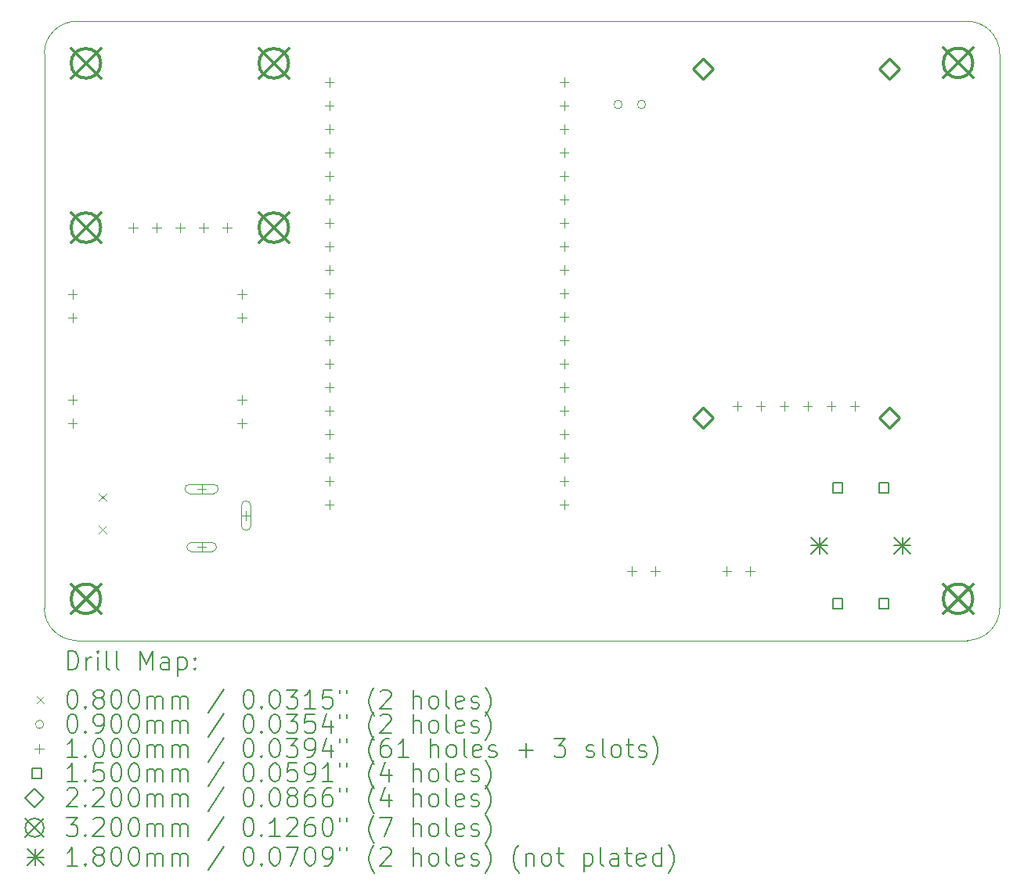
<source format=gbr>
%TF.GenerationSoftware,KiCad,Pcbnew,9.0.1*%
%TF.CreationDate,2025-07-20T02:37:40-05:00*%
%TF.ProjectId,Modulo CO2 de bus TM,4d6f6475-6c6f-4204-934f-322064652062,rev?*%
%TF.SameCoordinates,Original*%
%TF.FileFunction,Drillmap*%
%TF.FilePolarity,Positive*%
%FSLAX45Y45*%
G04 Gerber Fmt 4.5, Leading zero omitted, Abs format (unit mm)*
G04 Created by KiCad (PCBNEW 9.0.1) date 2025-07-20 02:37:40*
%MOMM*%
%LPD*%
G01*
G04 APERTURE LIST*
%ADD10C,0.100000*%
%ADD11C,0.200000*%
%ADD12C,0.150000*%
%ADD13C,0.220000*%
%ADD14C,0.320000*%
%ADD15C,0.180000*%
G04 APERTURE END LIST*
D10*
X12600000Y-4250000D02*
X12600000Y-10250000D01*
X12600000Y-10250000D02*
G75*
G02*
X12250000Y-10600000I-350000J0D01*
G01*
X2268000Y-4250000D02*
G75*
G02*
X2618000Y-3900000I350000J0D01*
G01*
X2618000Y-3900000D02*
X12250000Y-3900000D01*
X12250000Y-3900000D02*
G75*
G02*
X12600000Y-4250000I0J-350000D01*
G01*
X2268000Y-4250000D02*
X2268000Y-10250000D01*
X2618000Y-10600000D02*
X12250000Y-10600000D01*
X2618000Y-10600000D02*
G75*
G02*
X2268000Y-10250000I0J350000D01*
G01*
D11*
D10*
X2860000Y-9010000D02*
X2940000Y-9090000D01*
X2940000Y-9010000D02*
X2860000Y-9090000D01*
X2860000Y-9360000D02*
X2940000Y-9440000D01*
X2940000Y-9360000D02*
X2860000Y-9440000D01*
X8518500Y-4800000D02*
G75*
G02*
X8428500Y-4800000I-45000J0D01*
G01*
X8428500Y-4800000D02*
G75*
G02*
X8518500Y-4800000I45000J0D01*
G01*
X8772500Y-4800000D02*
G75*
G02*
X8682500Y-4800000I-45000J0D01*
G01*
X8682500Y-4800000D02*
G75*
G02*
X8772500Y-4800000I45000J0D01*
G01*
X2573000Y-6800000D02*
X2573000Y-6900000D01*
X2523000Y-6850000D02*
X2623000Y-6850000D01*
X2573000Y-7054000D02*
X2573000Y-7154000D01*
X2523000Y-7104000D02*
X2623000Y-7104000D01*
X2573000Y-7946000D02*
X2573000Y-8046000D01*
X2523000Y-7996000D02*
X2623000Y-7996000D01*
X2573000Y-8200000D02*
X2573000Y-8300000D01*
X2523000Y-8250000D02*
X2623000Y-8250000D01*
X3226000Y-6083000D02*
X3226000Y-6183000D01*
X3176000Y-6133000D02*
X3276000Y-6133000D01*
X3480000Y-6083000D02*
X3480000Y-6183000D01*
X3430000Y-6133000D02*
X3530000Y-6133000D01*
X3734000Y-6083000D02*
X3734000Y-6183000D01*
X3684000Y-6133000D02*
X3784000Y-6133000D01*
X3970000Y-8910000D02*
X3970000Y-9010000D01*
X3920000Y-8960000D02*
X4020000Y-8960000D01*
X3840000Y-9010000D02*
X4100000Y-9010000D01*
X4100000Y-8910000D02*
G75*
G02*
X4100000Y-9010000I0J-50000D01*
G01*
X4100000Y-8910000D02*
X3840000Y-8910000D01*
X3840000Y-8910000D02*
G75*
G03*
X3840000Y-9010000I0J-50000D01*
G01*
X3970000Y-9540000D02*
X3970000Y-9640000D01*
X3920000Y-9590000D02*
X4020000Y-9590000D01*
X3860000Y-9640000D02*
X4080000Y-9640000D01*
X4080000Y-9540000D02*
G75*
G02*
X4080000Y-9640000I0J-50000D01*
G01*
X4080000Y-9540000D02*
X3860000Y-9540000D01*
X3860000Y-9540000D02*
G75*
G03*
X3860000Y-9640000I0J-50000D01*
G01*
X3988000Y-6083000D02*
X3988000Y-6183000D01*
X3938000Y-6133000D02*
X4038000Y-6133000D01*
X4242000Y-6083000D02*
X4242000Y-6183000D01*
X4192000Y-6133000D02*
X4292000Y-6133000D01*
X4403000Y-6800000D02*
X4403000Y-6900000D01*
X4353000Y-6850000D02*
X4453000Y-6850000D01*
X4403000Y-7054000D02*
X4403000Y-7154000D01*
X4353000Y-7104000D02*
X4453000Y-7104000D01*
X4403000Y-7946000D02*
X4403000Y-8046000D01*
X4353000Y-7996000D02*
X4453000Y-7996000D01*
X4403000Y-8200000D02*
X4403000Y-8300000D01*
X4353000Y-8250000D02*
X4453000Y-8250000D01*
X4450000Y-9200000D02*
X4450000Y-9300000D01*
X4400000Y-9250000D02*
X4500000Y-9250000D01*
X4400000Y-9140000D02*
X4400000Y-9360000D01*
X4500000Y-9360000D02*
G75*
G02*
X4400000Y-9360000I-50000J0D01*
G01*
X4500000Y-9360000D02*
X4500000Y-9140000D01*
X4500000Y-9140000D02*
G75*
G03*
X4400000Y-9140000I-50000J0D01*
G01*
X5350000Y-4510000D02*
X5350000Y-4610000D01*
X5300000Y-4560000D02*
X5400000Y-4560000D01*
X5350000Y-4764000D02*
X5350000Y-4864000D01*
X5300000Y-4814000D02*
X5400000Y-4814000D01*
X5350000Y-5018000D02*
X5350000Y-5118000D01*
X5300000Y-5068000D02*
X5400000Y-5068000D01*
X5350000Y-5272000D02*
X5350000Y-5372000D01*
X5300000Y-5322000D02*
X5400000Y-5322000D01*
X5350000Y-5526000D02*
X5350000Y-5626000D01*
X5300000Y-5576000D02*
X5400000Y-5576000D01*
X5350000Y-5780000D02*
X5350000Y-5880000D01*
X5300000Y-5830000D02*
X5400000Y-5830000D01*
X5350000Y-6034000D02*
X5350000Y-6134000D01*
X5300000Y-6084000D02*
X5400000Y-6084000D01*
X5350000Y-6288000D02*
X5350000Y-6388000D01*
X5300000Y-6338000D02*
X5400000Y-6338000D01*
X5350000Y-6542000D02*
X5350000Y-6642000D01*
X5300000Y-6592000D02*
X5400000Y-6592000D01*
X5350000Y-6796000D02*
X5350000Y-6896000D01*
X5300000Y-6846000D02*
X5400000Y-6846000D01*
X5350000Y-7050000D02*
X5350000Y-7150000D01*
X5300000Y-7100000D02*
X5400000Y-7100000D01*
X5350000Y-7304000D02*
X5350000Y-7404000D01*
X5300000Y-7354000D02*
X5400000Y-7354000D01*
X5350000Y-7558000D02*
X5350000Y-7658000D01*
X5300000Y-7608000D02*
X5400000Y-7608000D01*
X5350000Y-7812000D02*
X5350000Y-7912000D01*
X5300000Y-7862000D02*
X5400000Y-7862000D01*
X5350000Y-8066000D02*
X5350000Y-8166000D01*
X5300000Y-8116000D02*
X5400000Y-8116000D01*
X5350000Y-8320000D02*
X5350000Y-8420000D01*
X5300000Y-8370000D02*
X5400000Y-8370000D01*
X5350000Y-8574000D02*
X5350000Y-8674000D01*
X5300000Y-8624000D02*
X5400000Y-8624000D01*
X5350000Y-8828000D02*
X5350000Y-8928000D01*
X5300000Y-8878000D02*
X5400000Y-8878000D01*
X5350000Y-9082000D02*
X5350000Y-9182000D01*
X5300000Y-9132000D02*
X5400000Y-9132000D01*
X7890000Y-4510000D02*
X7890000Y-4610000D01*
X7840000Y-4560000D02*
X7940000Y-4560000D01*
X7890000Y-4764000D02*
X7890000Y-4864000D01*
X7840000Y-4814000D02*
X7940000Y-4814000D01*
X7890000Y-5018000D02*
X7890000Y-5118000D01*
X7840000Y-5068000D02*
X7940000Y-5068000D01*
X7890000Y-5272000D02*
X7890000Y-5372000D01*
X7840000Y-5322000D02*
X7940000Y-5322000D01*
X7890000Y-5526000D02*
X7890000Y-5626000D01*
X7840000Y-5576000D02*
X7940000Y-5576000D01*
X7890000Y-5780000D02*
X7890000Y-5880000D01*
X7840000Y-5830000D02*
X7940000Y-5830000D01*
X7890000Y-6034000D02*
X7890000Y-6134000D01*
X7840000Y-6084000D02*
X7940000Y-6084000D01*
X7890000Y-6288000D02*
X7890000Y-6388000D01*
X7840000Y-6338000D02*
X7940000Y-6338000D01*
X7890000Y-6542000D02*
X7890000Y-6642000D01*
X7840000Y-6592000D02*
X7940000Y-6592000D01*
X7890000Y-6796000D02*
X7890000Y-6896000D01*
X7840000Y-6846000D02*
X7940000Y-6846000D01*
X7890000Y-7050000D02*
X7890000Y-7150000D01*
X7840000Y-7100000D02*
X7940000Y-7100000D01*
X7890000Y-7304000D02*
X7890000Y-7404000D01*
X7840000Y-7354000D02*
X7940000Y-7354000D01*
X7890000Y-7558000D02*
X7890000Y-7658000D01*
X7840000Y-7608000D02*
X7940000Y-7608000D01*
X7890000Y-7812000D02*
X7890000Y-7912000D01*
X7840000Y-7862000D02*
X7940000Y-7862000D01*
X7890000Y-8066000D02*
X7890000Y-8166000D01*
X7840000Y-8116000D02*
X7940000Y-8116000D01*
X7890000Y-8320000D02*
X7890000Y-8420000D01*
X7840000Y-8370000D02*
X7940000Y-8370000D01*
X7890000Y-8574000D02*
X7890000Y-8674000D01*
X7840000Y-8624000D02*
X7940000Y-8624000D01*
X7890000Y-8828000D02*
X7890000Y-8928000D01*
X7840000Y-8878000D02*
X7940000Y-8878000D01*
X7890000Y-9082000D02*
X7890000Y-9182000D01*
X7840000Y-9132000D02*
X7940000Y-9132000D01*
X8625000Y-9802500D02*
X8625000Y-9902500D01*
X8575000Y-9852500D02*
X8675000Y-9852500D01*
X8875000Y-9802500D02*
X8875000Y-9902500D01*
X8825000Y-9852500D02*
X8925000Y-9852500D01*
X9650000Y-9802500D02*
X9650000Y-9902500D01*
X9600000Y-9852500D02*
X9700000Y-9852500D01*
X9761000Y-8012000D02*
X9761000Y-8112000D01*
X9711000Y-8062000D02*
X9811000Y-8062000D01*
X9900000Y-9802500D02*
X9900000Y-9902500D01*
X9850000Y-9852500D02*
X9950000Y-9852500D01*
X10015000Y-8012000D02*
X10015000Y-8112000D01*
X9965000Y-8062000D02*
X10065000Y-8062000D01*
X10269000Y-8012000D02*
X10269000Y-8112000D01*
X10219000Y-8062000D02*
X10319000Y-8062000D01*
X10523000Y-8012000D02*
X10523000Y-8112000D01*
X10473000Y-8062000D02*
X10573000Y-8062000D01*
X10777000Y-8012000D02*
X10777000Y-8112000D01*
X10727000Y-8062000D02*
X10827000Y-8062000D01*
X11031000Y-8012000D02*
X11031000Y-8112000D01*
X10981000Y-8062000D02*
X11081000Y-8062000D01*
D12*
X10903034Y-9003034D02*
X10903034Y-8896967D01*
X10796967Y-8896967D01*
X10796967Y-9003034D01*
X10903034Y-9003034D01*
X10903034Y-10253034D02*
X10903034Y-10146967D01*
X10796967Y-10146967D01*
X10796967Y-10253034D01*
X10903034Y-10253034D01*
X11403033Y-9003034D02*
X11403033Y-8896967D01*
X11296966Y-8896967D01*
X11296966Y-9003034D01*
X11403033Y-9003034D01*
X11403033Y-10253034D02*
X11403033Y-10146967D01*
X11296966Y-10146967D01*
X11296966Y-10253034D01*
X11403033Y-10253034D01*
D13*
X9396000Y-4523000D02*
X9506000Y-4413000D01*
X9396000Y-4303000D01*
X9286000Y-4413000D01*
X9396000Y-4523000D01*
X9396000Y-8297000D02*
X9506000Y-8187000D01*
X9396000Y-8077000D01*
X9286000Y-8187000D01*
X9396000Y-8297000D01*
X11404000Y-4523000D02*
X11514000Y-4413000D01*
X11404000Y-4303000D01*
X11294000Y-4413000D01*
X11404000Y-4523000D01*
X11404000Y-8297000D02*
X11514000Y-8187000D01*
X11404000Y-8077000D01*
X11294000Y-8187000D01*
X11404000Y-8297000D01*
D14*
X2558000Y-4195000D02*
X2878000Y-4515000D01*
X2878000Y-4195000D02*
X2558000Y-4515000D01*
X2878000Y-4355000D02*
G75*
G02*
X2558000Y-4355000I-160000J0D01*
G01*
X2558000Y-4355000D02*
G75*
G02*
X2878000Y-4355000I160000J0D01*
G01*
X2558000Y-5973000D02*
X2878000Y-6293000D01*
X2878000Y-5973000D02*
X2558000Y-6293000D01*
X2878000Y-6133000D02*
G75*
G02*
X2558000Y-6133000I-160000J0D01*
G01*
X2558000Y-6133000D02*
G75*
G02*
X2878000Y-6133000I160000J0D01*
G01*
X2558000Y-9990000D02*
X2878000Y-10310000D01*
X2878000Y-9990000D02*
X2558000Y-10310000D01*
X2878000Y-10150000D02*
G75*
G02*
X2558000Y-10150000I-160000J0D01*
G01*
X2558000Y-10150000D02*
G75*
G02*
X2878000Y-10150000I160000J0D01*
G01*
X4590000Y-4195000D02*
X4910000Y-4515000D01*
X4910000Y-4195000D02*
X4590000Y-4515000D01*
X4910000Y-4355000D02*
G75*
G02*
X4590000Y-4355000I-160000J0D01*
G01*
X4590000Y-4355000D02*
G75*
G02*
X4910000Y-4355000I160000J0D01*
G01*
X4590000Y-5973000D02*
X4910000Y-6293000D01*
X4910000Y-5973000D02*
X4590000Y-6293000D01*
X4910000Y-6133000D02*
G75*
G02*
X4590000Y-6133000I-160000J0D01*
G01*
X4590000Y-6133000D02*
G75*
G02*
X4910000Y-6133000I160000J0D01*
G01*
X11990000Y-4190000D02*
X12310000Y-4510000D01*
X12310000Y-4190000D02*
X11990000Y-4510000D01*
X12310000Y-4350000D02*
G75*
G02*
X11990000Y-4350000I-160000J0D01*
G01*
X11990000Y-4350000D02*
G75*
G02*
X12310000Y-4350000I160000J0D01*
G01*
X11990000Y-9990000D02*
X12310000Y-10310000D01*
X12310000Y-9990000D02*
X11990000Y-10310000D01*
X12310000Y-10150000D02*
G75*
G02*
X11990000Y-10150000I-160000J0D01*
G01*
X11990000Y-10150000D02*
G75*
G02*
X12310000Y-10150000I160000J0D01*
G01*
D15*
X10560000Y-9485000D02*
X10740000Y-9665000D01*
X10740000Y-9485000D02*
X10560000Y-9665000D01*
X10650000Y-9485000D02*
X10650000Y-9665000D01*
X10560000Y-9575000D02*
X10740000Y-9575000D01*
X11460000Y-9485000D02*
X11640000Y-9665000D01*
X11640000Y-9485000D02*
X11460000Y-9665000D01*
X11550000Y-9485000D02*
X11550000Y-9665000D01*
X11460000Y-9575000D02*
X11640000Y-9575000D01*
D11*
X2523777Y-10916484D02*
X2523777Y-10716484D01*
X2523777Y-10716484D02*
X2571396Y-10716484D01*
X2571396Y-10716484D02*
X2599967Y-10726008D01*
X2599967Y-10726008D02*
X2619015Y-10745055D01*
X2619015Y-10745055D02*
X2628539Y-10764103D01*
X2628539Y-10764103D02*
X2638063Y-10802198D01*
X2638063Y-10802198D02*
X2638063Y-10830770D01*
X2638063Y-10830770D02*
X2628539Y-10868865D01*
X2628539Y-10868865D02*
X2619015Y-10887912D01*
X2619015Y-10887912D02*
X2599967Y-10906960D01*
X2599967Y-10906960D02*
X2571396Y-10916484D01*
X2571396Y-10916484D02*
X2523777Y-10916484D01*
X2723777Y-10916484D02*
X2723777Y-10783150D01*
X2723777Y-10821246D02*
X2733301Y-10802198D01*
X2733301Y-10802198D02*
X2742824Y-10792674D01*
X2742824Y-10792674D02*
X2761872Y-10783150D01*
X2761872Y-10783150D02*
X2780920Y-10783150D01*
X2847586Y-10916484D02*
X2847586Y-10783150D01*
X2847586Y-10716484D02*
X2838062Y-10726008D01*
X2838062Y-10726008D02*
X2847586Y-10735531D01*
X2847586Y-10735531D02*
X2857110Y-10726008D01*
X2857110Y-10726008D02*
X2847586Y-10716484D01*
X2847586Y-10716484D02*
X2847586Y-10735531D01*
X2971396Y-10916484D02*
X2952348Y-10906960D01*
X2952348Y-10906960D02*
X2942824Y-10887912D01*
X2942824Y-10887912D02*
X2942824Y-10716484D01*
X3076158Y-10916484D02*
X3057110Y-10906960D01*
X3057110Y-10906960D02*
X3047586Y-10887912D01*
X3047586Y-10887912D02*
X3047586Y-10716484D01*
X3304729Y-10916484D02*
X3304729Y-10716484D01*
X3304729Y-10716484D02*
X3371396Y-10859341D01*
X3371396Y-10859341D02*
X3438062Y-10716484D01*
X3438062Y-10716484D02*
X3438062Y-10916484D01*
X3619015Y-10916484D02*
X3619015Y-10811722D01*
X3619015Y-10811722D02*
X3609491Y-10792674D01*
X3609491Y-10792674D02*
X3590443Y-10783150D01*
X3590443Y-10783150D02*
X3552348Y-10783150D01*
X3552348Y-10783150D02*
X3533301Y-10792674D01*
X3619015Y-10906960D02*
X3599967Y-10916484D01*
X3599967Y-10916484D02*
X3552348Y-10916484D01*
X3552348Y-10916484D02*
X3533301Y-10906960D01*
X3533301Y-10906960D02*
X3523777Y-10887912D01*
X3523777Y-10887912D02*
X3523777Y-10868865D01*
X3523777Y-10868865D02*
X3533301Y-10849817D01*
X3533301Y-10849817D02*
X3552348Y-10840293D01*
X3552348Y-10840293D02*
X3599967Y-10840293D01*
X3599967Y-10840293D02*
X3619015Y-10830770D01*
X3714253Y-10783150D02*
X3714253Y-10983150D01*
X3714253Y-10792674D02*
X3733301Y-10783150D01*
X3733301Y-10783150D02*
X3771396Y-10783150D01*
X3771396Y-10783150D02*
X3790443Y-10792674D01*
X3790443Y-10792674D02*
X3799967Y-10802198D01*
X3799967Y-10802198D02*
X3809491Y-10821246D01*
X3809491Y-10821246D02*
X3809491Y-10878389D01*
X3809491Y-10878389D02*
X3799967Y-10897436D01*
X3799967Y-10897436D02*
X3790443Y-10906960D01*
X3790443Y-10906960D02*
X3771396Y-10916484D01*
X3771396Y-10916484D02*
X3733301Y-10916484D01*
X3733301Y-10916484D02*
X3714253Y-10906960D01*
X3895205Y-10897436D02*
X3904729Y-10906960D01*
X3904729Y-10906960D02*
X3895205Y-10916484D01*
X3895205Y-10916484D02*
X3885682Y-10906960D01*
X3885682Y-10906960D02*
X3895205Y-10897436D01*
X3895205Y-10897436D02*
X3895205Y-10916484D01*
X3895205Y-10792674D02*
X3904729Y-10802198D01*
X3904729Y-10802198D02*
X3895205Y-10811722D01*
X3895205Y-10811722D02*
X3885682Y-10802198D01*
X3885682Y-10802198D02*
X3895205Y-10792674D01*
X3895205Y-10792674D02*
X3895205Y-10811722D01*
D10*
X2183000Y-11205000D02*
X2263000Y-11285000D01*
X2263000Y-11205000D02*
X2183000Y-11285000D01*
D11*
X2561872Y-11136484D02*
X2580920Y-11136484D01*
X2580920Y-11136484D02*
X2599967Y-11146008D01*
X2599967Y-11146008D02*
X2609491Y-11155531D01*
X2609491Y-11155531D02*
X2619015Y-11174579D01*
X2619015Y-11174579D02*
X2628539Y-11212674D01*
X2628539Y-11212674D02*
X2628539Y-11260293D01*
X2628539Y-11260293D02*
X2619015Y-11298388D01*
X2619015Y-11298388D02*
X2609491Y-11317436D01*
X2609491Y-11317436D02*
X2599967Y-11326960D01*
X2599967Y-11326960D02*
X2580920Y-11336484D01*
X2580920Y-11336484D02*
X2561872Y-11336484D01*
X2561872Y-11336484D02*
X2542824Y-11326960D01*
X2542824Y-11326960D02*
X2533301Y-11317436D01*
X2533301Y-11317436D02*
X2523777Y-11298388D01*
X2523777Y-11298388D02*
X2514253Y-11260293D01*
X2514253Y-11260293D02*
X2514253Y-11212674D01*
X2514253Y-11212674D02*
X2523777Y-11174579D01*
X2523777Y-11174579D02*
X2533301Y-11155531D01*
X2533301Y-11155531D02*
X2542824Y-11146008D01*
X2542824Y-11146008D02*
X2561872Y-11136484D01*
X2714253Y-11317436D02*
X2723777Y-11326960D01*
X2723777Y-11326960D02*
X2714253Y-11336484D01*
X2714253Y-11336484D02*
X2704729Y-11326960D01*
X2704729Y-11326960D02*
X2714253Y-11317436D01*
X2714253Y-11317436D02*
X2714253Y-11336484D01*
X2838062Y-11222198D02*
X2819015Y-11212674D01*
X2819015Y-11212674D02*
X2809491Y-11203150D01*
X2809491Y-11203150D02*
X2799967Y-11184103D01*
X2799967Y-11184103D02*
X2799967Y-11174579D01*
X2799967Y-11174579D02*
X2809491Y-11155531D01*
X2809491Y-11155531D02*
X2819015Y-11146008D01*
X2819015Y-11146008D02*
X2838062Y-11136484D01*
X2838062Y-11136484D02*
X2876158Y-11136484D01*
X2876158Y-11136484D02*
X2895205Y-11146008D01*
X2895205Y-11146008D02*
X2904729Y-11155531D01*
X2904729Y-11155531D02*
X2914253Y-11174579D01*
X2914253Y-11174579D02*
X2914253Y-11184103D01*
X2914253Y-11184103D02*
X2904729Y-11203150D01*
X2904729Y-11203150D02*
X2895205Y-11212674D01*
X2895205Y-11212674D02*
X2876158Y-11222198D01*
X2876158Y-11222198D02*
X2838062Y-11222198D01*
X2838062Y-11222198D02*
X2819015Y-11231722D01*
X2819015Y-11231722D02*
X2809491Y-11241246D01*
X2809491Y-11241246D02*
X2799967Y-11260293D01*
X2799967Y-11260293D02*
X2799967Y-11298388D01*
X2799967Y-11298388D02*
X2809491Y-11317436D01*
X2809491Y-11317436D02*
X2819015Y-11326960D01*
X2819015Y-11326960D02*
X2838062Y-11336484D01*
X2838062Y-11336484D02*
X2876158Y-11336484D01*
X2876158Y-11336484D02*
X2895205Y-11326960D01*
X2895205Y-11326960D02*
X2904729Y-11317436D01*
X2904729Y-11317436D02*
X2914253Y-11298388D01*
X2914253Y-11298388D02*
X2914253Y-11260293D01*
X2914253Y-11260293D02*
X2904729Y-11241246D01*
X2904729Y-11241246D02*
X2895205Y-11231722D01*
X2895205Y-11231722D02*
X2876158Y-11222198D01*
X3038062Y-11136484D02*
X3057110Y-11136484D01*
X3057110Y-11136484D02*
X3076158Y-11146008D01*
X3076158Y-11146008D02*
X3085682Y-11155531D01*
X3085682Y-11155531D02*
X3095205Y-11174579D01*
X3095205Y-11174579D02*
X3104729Y-11212674D01*
X3104729Y-11212674D02*
X3104729Y-11260293D01*
X3104729Y-11260293D02*
X3095205Y-11298388D01*
X3095205Y-11298388D02*
X3085682Y-11317436D01*
X3085682Y-11317436D02*
X3076158Y-11326960D01*
X3076158Y-11326960D02*
X3057110Y-11336484D01*
X3057110Y-11336484D02*
X3038062Y-11336484D01*
X3038062Y-11336484D02*
X3019015Y-11326960D01*
X3019015Y-11326960D02*
X3009491Y-11317436D01*
X3009491Y-11317436D02*
X2999967Y-11298388D01*
X2999967Y-11298388D02*
X2990443Y-11260293D01*
X2990443Y-11260293D02*
X2990443Y-11212674D01*
X2990443Y-11212674D02*
X2999967Y-11174579D01*
X2999967Y-11174579D02*
X3009491Y-11155531D01*
X3009491Y-11155531D02*
X3019015Y-11146008D01*
X3019015Y-11146008D02*
X3038062Y-11136484D01*
X3228539Y-11136484D02*
X3247586Y-11136484D01*
X3247586Y-11136484D02*
X3266634Y-11146008D01*
X3266634Y-11146008D02*
X3276158Y-11155531D01*
X3276158Y-11155531D02*
X3285682Y-11174579D01*
X3285682Y-11174579D02*
X3295205Y-11212674D01*
X3295205Y-11212674D02*
X3295205Y-11260293D01*
X3295205Y-11260293D02*
X3285682Y-11298388D01*
X3285682Y-11298388D02*
X3276158Y-11317436D01*
X3276158Y-11317436D02*
X3266634Y-11326960D01*
X3266634Y-11326960D02*
X3247586Y-11336484D01*
X3247586Y-11336484D02*
X3228539Y-11336484D01*
X3228539Y-11336484D02*
X3209491Y-11326960D01*
X3209491Y-11326960D02*
X3199967Y-11317436D01*
X3199967Y-11317436D02*
X3190443Y-11298388D01*
X3190443Y-11298388D02*
X3180920Y-11260293D01*
X3180920Y-11260293D02*
X3180920Y-11212674D01*
X3180920Y-11212674D02*
X3190443Y-11174579D01*
X3190443Y-11174579D02*
X3199967Y-11155531D01*
X3199967Y-11155531D02*
X3209491Y-11146008D01*
X3209491Y-11146008D02*
X3228539Y-11136484D01*
X3380920Y-11336484D02*
X3380920Y-11203150D01*
X3380920Y-11222198D02*
X3390443Y-11212674D01*
X3390443Y-11212674D02*
X3409491Y-11203150D01*
X3409491Y-11203150D02*
X3438063Y-11203150D01*
X3438063Y-11203150D02*
X3457110Y-11212674D01*
X3457110Y-11212674D02*
X3466634Y-11231722D01*
X3466634Y-11231722D02*
X3466634Y-11336484D01*
X3466634Y-11231722D02*
X3476158Y-11212674D01*
X3476158Y-11212674D02*
X3495205Y-11203150D01*
X3495205Y-11203150D02*
X3523777Y-11203150D01*
X3523777Y-11203150D02*
X3542824Y-11212674D01*
X3542824Y-11212674D02*
X3552348Y-11231722D01*
X3552348Y-11231722D02*
X3552348Y-11336484D01*
X3647586Y-11336484D02*
X3647586Y-11203150D01*
X3647586Y-11222198D02*
X3657110Y-11212674D01*
X3657110Y-11212674D02*
X3676158Y-11203150D01*
X3676158Y-11203150D02*
X3704729Y-11203150D01*
X3704729Y-11203150D02*
X3723777Y-11212674D01*
X3723777Y-11212674D02*
X3733301Y-11231722D01*
X3733301Y-11231722D02*
X3733301Y-11336484D01*
X3733301Y-11231722D02*
X3742824Y-11212674D01*
X3742824Y-11212674D02*
X3761872Y-11203150D01*
X3761872Y-11203150D02*
X3790443Y-11203150D01*
X3790443Y-11203150D02*
X3809491Y-11212674D01*
X3809491Y-11212674D02*
X3819015Y-11231722D01*
X3819015Y-11231722D02*
X3819015Y-11336484D01*
X4209491Y-11126960D02*
X4038063Y-11384103D01*
X4466634Y-11136484D02*
X4485682Y-11136484D01*
X4485682Y-11136484D02*
X4504729Y-11146008D01*
X4504729Y-11146008D02*
X4514253Y-11155531D01*
X4514253Y-11155531D02*
X4523777Y-11174579D01*
X4523777Y-11174579D02*
X4533301Y-11212674D01*
X4533301Y-11212674D02*
X4533301Y-11260293D01*
X4533301Y-11260293D02*
X4523777Y-11298388D01*
X4523777Y-11298388D02*
X4514253Y-11317436D01*
X4514253Y-11317436D02*
X4504729Y-11326960D01*
X4504729Y-11326960D02*
X4485682Y-11336484D01*
X4485682Y-11336484D02*
X4466634Y-11336484D01*
X4466634Y-11336484D02*
X4447587Y-11326960D01*
X4447587Y-11326960D02*
X4438063Y-11317436D01*
X4438063Y-11317436D02*
X4428539Y-11298388D01*
X4428539Y-11298388D02*
X4419015Y-11260293D01*
X4419015Y-11260293D02*
X4419015Y-11212674D01*
X4419015Y-11212674D02*
X4428539Y-11174579D01*
X4428539Y-11174579D02*
X4438063Y-11155531D01*
X4438063Y-11155531D02*
X4447587Y-11146008D01*
X4447587Y-11146008D02*
X4466634Y-11136484D01*
X4619015Y-11317436D02*
X4628539Y-11326960D01*
X4628539Y-11326960D02*
X4619015Y-11336484D01*
X4619015Y-11336484D02*
X4609491Y-11326960D01*
X4609491Y-11326960D02*
X4619015Y-11317436D01*
X4619015Y-11317436D02*
X4619015Y-11336484D01*
X4752348Y-11136484D02*
X4771396Y-11136484D01*
X4771396Y-11136484D02*
X4790444Y-11146008D01*
X4790444Y-11146008D02*
X4799968Y-11155531D01*
X4799968Y-11155531D02*
X4809491Y-11174579D01*
X4809491Y-11174579D02*
X4819015Y-11212674D01*
X4819015Y-11212674D02*
X4819015Y-11260293D01*
X4819015Y-11260293D02*
X4809491Y-11298388D01*
X4809491Y-11298388D02*
X4799968Y-11317436D01*
X4799968Y-11317436D02*
X4790444Y-11326960D01*
X4790444Y-11326960D02*
X4771396Y-11336484D01*
X4771396Y-11336484D02*
X4752348Y-11336484D01*
X4752348Y-11336484D02*
X4733301Y-11326960D01*
X4733301Y-11326960D02*
X4723777Y-11317436D01*
X4723777Y-11317436D02*
X4714253Y-11298388D01*
X4714253Y-11298388D02*
X4704729Y-11260293D01*
X4704729Y-11260293D02*
X4704729Y-11212674D01*
X4704729Y-11212674D02*
X4714253Y-11174579D01*
X4714253Y-11174579D02*
X4723777Y-11155531D01*
X4723777Y-11155531D02*
X4733301Y-11146008D01*
X4733301Y-11146008D02*
X4752348Y-11136484D01*
X4885682Y-11136484D02*
X5009491Y-11136484D01*
X5009491Y-11136484D02*
X4942825Y-11212674D01*
X4942825Y-11212674D02*
X4971396Y-11212674D01*
X4971396Y-11212674D02*
X4990444Y-11222198D01*
X4990444Y-11222198D02*
X4999968Y-11231722D01*
X4999968Y-11231722D02*
X5009491Y-11250769D01*
X5009491Y-11250769D02*
X5009491Y-11298388D01*
X5009491Y-11298388D02*
X4999968Y-11317436D01*
X4999968Y-11317436D02*
X4990444Y-11326960D01*
X4990444Y-11326960D02*
X4971396Y-11336484D01*
X4971396Y-11336484D02*
X4914253Y-11336484D01*
X4914253Y-11336484D02*
X4895206Y-11326960D01*
X4895206Y-11326960D02*
X4885682Y-11317436D01*
X5199968Y-11336484D02*
X5085682Y-11336484D01*
X5142825Y-11336484D02*
X5142825Y-11136484D01*
X5142825Y-11136484D02*
X5123777Y-11165055D01*
X5123777Y-11165055D02*
X5104729Y-11184103D01*
X5104729Y-11184103D02*
X5085682Y-11193627D01*
X5380920Y-11136484D02*
X5285682Y-11136484D01*
X5285682Y-11136484D02*
X5276158Y-11231722D01*
X5276158Y-11231722D02*
X5285682Y-11222198D01*
X5285682Y-11222198D02*
X5304729Y-11212674D01*
X5304729Y-11212674D02*
X5352349Y-11212674D01*
X5352349Y-11212674D02*
X5371396Y-11222198D01*
X5371396Y-11222198D02*
X5380920Y-11231722D01*
X5380920Y-11231722D02*
X5390444Y-11250769D01*
X5390444Y-11250769D02*
X5390444Y-11298388D01*
X5390444Y-11298388D02*
X5380920Y-11317436D01*
X5380920Y-11317436D02*
X5371396Y-11326960D01*
X5371396Y-11326960D02*
X5352349Y-11336484D01*
X5352349Y-11336484D02*
X5304729Y-11336484D01*
X5304729Y-11336484D02*
X5285682Y-11326960D01*
X5285682Y-11326960D02*
X5276158Y-11317436D01*
X5466634Y-11136484D02*
X5466634Y-11174579D01*
X5542825Y-11136484D02*
X5542825Y-11174579D01*
X5838063Y-11412674D02*
X5828539Y-11403150D01*
X5828539Y-11403150D02*
X5809491Y-11374579D01*
X5809491Y-11374579D02*
X5799968Y-11355531D01*
X5799968Y-11355531D02*
X5790444Y-11326960D01*
X5790444Y-11326960D02*
X5780920Y-11279341D01*
X5780920Y-11279341D02*
X5780920Y-11241246D01*
X5780920Y-11241246D02*
X5790444Y-11193627D01*
X5790444Y-11193627D02*
X5799968Y-11165055D01*
X5799968Y-11165055D02*
X5809491Y-11146008D01*
X5809491Y-11146008D02*
X5828539Y-11117436D01*
X5828539Y-11117436D02*
X5838063Y-11107912D01*
X5904729Y-11155531D02*
X5914253Y-11146008D01*
X5914253Y-11146008D02*
X5933301Y-11136484D01*
X5933301Y-11136484D02*
X5980920Y-11136484D01*
X5980920Y-11136484D02*
X5999968Y-11146008D01*
X5999968Y-11146008D02*
X6009491Y-11155531D01*
X6009491Y-11155531D02*
X6019015Y-11174579D01*
X6019015Y-11174579D02*
X6019015Y-11193627D01*
X6019015Y-11193627D02*
X6009491Y-11222198D01*
X6009491Y-11222198D02*
X5895206Y-11336484D01*
X5895206Y-11336484D02*
X6019015Y-11336484D01*
X6257110Y-11336484D02*
X6257110Y-11136484D01*
X6342825Y-11336484D02*
X6342825Y-11231722D01*
X6342825Y-11231722D02*
X6333301Y-11212674D01*
X6333301Y-11212674D02*
X6314253Y-11203150D01*
X6314253Y-11203150D02*
X6285682Y-11203150D01*
X6285682Y-11203150D02*
X6266634Y-11212674D01*
X6266634Y-11212674D02*
X6257110Y-11222198D01*
X6466634Y-11336484D02*
X6447587Y-11326960D01*
X6447587Y-11326960D02*
X6438063Y-11317436D01*
X6438063Y-11317436D02*
X6428539Y-11298388D01*
X6428539Y-11298388D02*
X6428539Y-11241246D01*
X6428539Y-11241246D02*
X6438063Y-11222198D01*
X6438063Y-11222198D02*
X6447587Y-11212674D01*
X6447587Y-11212674D02*
X6466634Y-11203150D01*
X6466634Y-11203150D02*
X6495206Y-11203150D01*
X6495206Y-11203150D02*
X6514253Y-11212674D01*
X6514253Y-11212674D02*
X6523777Y-11222198D01*
X6523777Y-11222198D02*
X6533301Y-11241246D01*
X6533301Y-11241246D02*
X6533301Y-11298388D01*
X6533301Y-11298388D02*
X6523777Y-11317436D01*
X6523777Y-11317436D02*
X6514253Y-11326960D01*
X6514253Y-11326960D02*
X6495206Y-11336484D01*
X6495206Y-11336484D02*
X6466634Y-11336484D01*
X6647587Y-11336484D02*
X6628539Y-11326960D01*
X6628539Y-11326960D02*
X6619015Y-11307912D01*
X6619015Y-11307912D02*
X6619015Y-11136484D01*
X6799968Y-11326960D02*
X6780920Y-11336484D01*
X6780920Y-11336484D02*
X6742825Y-11336484D01*
X6742825Y-11336484D02*
X6723777Y-11326960D01*
X6723777Y-11326960D02*
X6714253Y-11307912D01*
X6714253Y-11307912D02*
X6714253Y-11231722D01*
X6714253Y-11231722D02*
X6723777Y-11212674D01*
X6723777Y-11212674D02*
X6742825Y-11203150D01*
X6742825Y-11203150D02*
X6780920Y-11203150D01*
X6780920Y-11203150D02*
X6799968Y-11212674D01*
X6799968Y-11212674D02*
X6809491Y-11231722D01*
X6809491Y-11231722D02*
X6809491Y-11250769D01*
X6809491Y-11250769D02*
X6714253Y-11269817D01*
X6885682Y-11326960D02*
X6904730Y-11336484D01*
X6904730Y-11336484D02*
X6942825Y-11336484D01*
X6942825Y-11336484D02*
X6961872Y-11326960D01*
X6961872Y-11326960D02*
X6971396Y-11307912D01*
X6971396Y-11307912D02*
X6971396Y-11298388D01*
X6971396Y-11298388D02*
X6961872Y-11279341D01*
X6961872Y-11279341D02*
X6942825Y-11269817D01*
X6942825Y-11269817D02*
X6914253Y-11269817D01*
X6914253Y-11269817D02*
X6895206Y-11260293D01*
X6895206Y-11260293D02*
X6885682Y-11241246D01*
X6885682Y-11241246D02*
X6885682Y-11231722D01*
X6885682Y-11231722D02*
X6895206Y-11212674D01*
X6895206Y-11212674D02*
X6914253Y-11203150D01*
X6914253Y-11203150D02*
X6942825Y-11203150D01*
X6942825Y-11203150D02*
X6961872Y-11212674D01*
X7038063Y-11412674D02*
X7047587Y-11403150D01*
X7047587Y-11403150D02*
X7066634Y-11374579D01*
X7066634Y-11374579D02*
X7076158Y-11355531D01*
X7076158Y-11355531D02*
X7085682Y-11326960D01*
X7085682Y-11326960D02*
X7095206Y-11279341D01*
X7095206Y-11279341D02*
X7095206Y-11241246D01*
X7095206Y-11241246D02*
X7085682Y-11193627D01*
X7085682Y-11193627D02*
X7076158Y-11165055D01*
X7076158Y-11165055D02*
X7066634Y-11146008D01*
X7066634Y-11146008D02*
X7047587Y-11117436D01*
X7047587Y-11117436D02*
X7038063Y-11107912D01*
D10*
X2263000Y-11509000D02*
G75*
G02*
X2173000Y-11509000I-45000J0D01*
G01*
X2173000Y-11509000D02*
G75*
G02*
X2263000Y-11509000I45000J0D01*
G01*
D11*
X2561872Y-11400484D02*
X2580920Y-11400484D01*
X2580920Y-11400484D02*
X2599967Y-11410008D01*
X2599967Y-11410008D02*
X2609491Y-11419531D01*
X2609491Y-11419531D02*
X2619015Y-11438579D01*
X2619015Y-11438579D02*
X2628539Y-11476674D01*
X2628539Y-11476674D02*
X2628539Y-11524293D01*
X2628539Y-11524293D02*
X2619015Y-11562388D01*
X2619015Y-11562388D02*
X2609491Y-11581436D01*
X2609491Y-11581436D02*
X2599967Y-11590960D01*
X2599967Y-11590960D02*
X2580920Y-11600484D01*
X2580920Y-11600484D02*
X2561872Y-11600484D01*
X2561872Y-11600484D02*
X2542824Y-11590960D01*
X2542824Y-11590960D02*
X2533301Y-11581436D01*
X2533301Y-11581436D02*
X2523777Y-11562388D01*
X2523777Y-11562388D02*
X2514253Y-11524293D01*
X2514253Y-11524293D02*
X2514253Y-11476674D01*
X2514253Y-11476674D02*
X2523777Y-11438579D01*
X2523777Y-11438579D02*
X2533301Y-11419531D01*
X2533301Y-11419531D02*
X2542824Y-11410008D01*
X2542824Y-11410008D02*
X2561872Y-11400484D01*
X2714253Y-11581436D02*
X2723777Y-11590960D01*
X2723777Y-11590960D02*
X2714253Y-11600484D01*
X2714253Y-11600484D02*
X2704729Y-11590960D01*
X2704729Y-11590960D02*
X2714253Y-11581436D01*
X2714253Y-11581436D02*
X2714253Y-11600484D01*
X2819015Y-11600484D02*
X2857110Y-11600484D01*
X2857110Y-11600484D02*
X2876158Y-11590960D01*
X2876158Y-11590960D02*
X2885682Y-11581436D01*
X2885682Y-11581436D02*
X2904729Y-11552865D01*
X2904729Y-11552865D02*
X2914253Y-11514769D01*
X2914253Y-11514769D02*
X2914253Y-11438579D01*
X2914253Y-11438579D02*
X2904729Y-11419531D01*
X2904729Y-11419531D02*
X2895205Y-11410008D01*
X2895205Y-11410008D02*
X2876158Y-11400484D01*
X2876158Y-11400484D02*
X2838062Y-11400484D01*
X2838062Y-11400484D02*
X2819015Y-11410008D01*
X2819015Y-11410008D02*
X2809491Y-11419531D01*
X2809491Y-11419531D02*
X2799967Y-11438579D01*
X2799967Y-11438579D02*
X2799967Y-11486198D01*
X2799967Y-11486198D02*
X2809491Y-11505246D01*
X2809491Y-11505246D02*
X2819015Y-11514769D01*
X2819015Y-11514769D02*
X2838062Y-11524293D01*
X2838062Y-11524293D02*
X2876158Y-11524293D01*
X2876158Y-11524293D02*
X2895205Y-11514769D01*
X2895205Y-11514769D02*
X2904729Y-11505246D01*
X2904729Y-11505246D02*
X2914253Y-11486198D01*
X3038062Y-11400484D02*
X3057110Y-11400484D01*
X3057110Y-11400484D02*
X3076158Y-11410008D01*
X3076158Y-11410008D02*
X3085682Y-11419531D01*
X3085682Y-11419531D02*
X3095205Y-11438579D01*
X3095205Y-11438579D02*
X3104729Y-11476674D01*
X3104729Y-11476674D02*
X3104729Y-11524293D01*
X3104729Y-11524293D02*
X3095205Y-11562388D01*
X3095205Y-11562388D02*
X3085682Y-11581436D01*
X3085682Y-11581436D02*
X3076158Y-11590960D01*
X3076158Y-11590960D02*
X3057110Y-11600484D01*
X3057110Y-11600484D02*
X3038062Y-11600484D01*
X3038062Y-11600484D02*
X3019015Y-11590960D01*
X3019015Y-11590960D02*
X3009491Y-11581436D01*
X3009491Y-11581436D02*
X2999967Y-11562388D01*
X2999967Y-11562388D02*
X2990443Y-11524293D01*
X2990443Y-11524293D02*
X2990443Y-11476674D01*
X2990443Y-11476674D02*
X2999967Y-11438579D01*
X2999967Y-11438579D02*
X3009491Y-11419531D01*
X3009491Y-11419531D02*
X3019015Y-11410008D01*
X3019015Y-11410008D02*
X3038062Y-11400484D01*
X3228539Y-11400484D02*
X3247586Y-11400484D01*
X3247586Y-11400484D02*
X3266634Y-11410008D01*
X3266634Y-11410008D02*
X3276158Y-11419531D01*
X3276158Y-11419531D02*
X3285682Y-11438579D01*
X3285682Y-11438579D02*
X3295205Y-11476674D01*
X3295205Y-11476674D02*
X3295205Y-11524293D01*
X3295205Y-11524293D02*
X3285682Y-11562388D01*
X3285682Y-11562388D02*
X3276158Y-11581436D01*
X3276158Y-11581436D02*
X3266634Y-11590960D01*
X3266634Y-11590960D02*
X3247586Y-11600484D01*
X3247586Y-11600484D02*
X3228539Y-11600484D01*
X3228539Y-11600484D02*
X3209491Y-11590960D01*
X3209491Y-11590960D02*
X3199967Y-11581436D01*
X3199967Y-11581436D02*
X3190443Y-11562388D01*
X3190443Y-11562388D02*
X3180920Y-11524293D01*
X3180920Y-11524293D02*
X3180920Y-11476674D01*
X3180920Y-11476674D02*
X3190443Y-11438579D01*
X3190443Y-11438579D02*
X3199967Y-11419531D01*
X3199967Y-11419531D02*
X3209491Y-11410008D01*
X3209491Y-11410008D02*
X3228539Y-11400484D01*
X3380920Y-11600484D02*
X3380920Y-11467150D01*
X3380920Y-11486198D02*
X3390443Y-11476674D01*
X3390443Y-11476674D02*
X3409491Y-11467150D01*
X3409491Y-11467150D02*
X3438063Y-11467150D01*
X3438063Y-11467150D02*
X3457110Y-11476674D01*
X3457110Y-11476674D02*
X3466634Y-11495722D01*
X3466634Y-11495722D02*
X3466634Y-11600484D01*
X3466634Y-11495722D02*
X3476158Y-11476674D01*
X3476158Y-11476674D02*
X3495205Y-11467150D01*
X3495205Y-11467150D02*
X3523777Y-11467150D01*
X3523777Y-11467150D02*
X3542824Y-11476674D01*
X3542824Y-11476674D02*
X3552348Y-11495722D01*
X3552348Y-11495722D02*
X3552348Y-11600484D01*
X3647586Y-11600484D02*
X3647586Y-11467150D01*
X3647586Y-11486198D02*
X3657110Y-11476674D01*
X3657110Y-11476674D02*
X3676158Y-11467150D01*
X3676158Y-11467150D02*
X3704729Y-11467150D01*
X3704729Y-11467150D02*
X3723777Y-11476674D01*
X3723777Y-11476674D02*
X3733301Y-11495722D01*
X3733301Y-11495722D02*
X3733301Y-11600484D01*
X3733301Y-11495722D02*
X3742824Y-11476674D01*
X3742824Y-11476674D02*
X3761872Y-11467150D01*
X3761872Y-11467150D02*
X3790443Y-11467150D01*
X3790443Y-11467150D02*
X3809491Y-11476674D01*
X3809491Y-11476674D02*
X3819015Y-11495722D01*
X3819015Y-11495722D02*
X3819015Y-11600484D01*
X4209491Y-11390960D02*
X4038063Y-11648103D01*
X4466634Y-11400484D02*
X4485682Y-11400484D01*
X4485682Y-11400484D02*
X4504729Y-11410008D01*
X4504729Y-11410008D02*
X4514253Y-11419531D01*
X4514253Y-11419531D02*
X4523777Y-11438579D01*
X4523777Y-11438579D02*
X4533301Y-11476674D01*
X4533301Y-11476674D02*
X4533301Y-11524293D01*
X4533301Y-11524293D02*
X4523777Y-11562388D01*
X4523777Y-11562388D02*
X4514253Y-11581436D01*
X4514253Y-11581436D02*
X4504729Y-11590960D01*
X4504729Y-11590960D02*
X4485682Y-11600484D01*
X4485682Y-11600484D02*
X4466634Y-11600484D01*
X4466634Y-11600484D02*
X4447587Y-11590960D01*
X4447587Y-11590960D02*
X4438063Y-11581436D01*
X4438063Y-11581436D02*
X4428539Y-11562388D01*
X4428539Y-11562388D02*
X4419015Y-11524293D01*
X4419015Y-11524293D02*
X4419015Y-11476674D01*
X4419015Y-11476674D02*
X4428539Y-11438579D01*
X4428539Y-11438579D02*
X4438063Y-11419531D01*
X4438063Y-11419531D02*
X4447587Y-11410008D01*
X4447587Y-11410008D02*
X4466634Y-11400484D01*
X4619015Y-11581436D02*
X4628539Y-11590960D01*
X4628539Y-11590960D02*
X4619015Y-11600484D01*
X4619015Y-11600484D02*
X4609491Y-11590960D01*
X4609491Y-11590960D02*
X4619015Y-11581436D01*
X4619015Y-11581436D02*
X4619015Y-11600484D01*
X4752348Y-11400484D02*
X4771396Y-11400484D01*
X4771396Y-11400484D02*
X4790444Y-11410008D01*
X4790444Y-11410008D02*
X4799968Y-11419531D01*
X4799968Y-11419531D02*
X4809491Y-11438579D01*
X4809491Y-11438579D02*
X4819015Y-11476674D01*
X4819015Y-11476674D02*
X4819015Y-11524293D01*
X4819015Y-11524293D02*
X4809491Y-11562388D01*
X4809491Y-11562388D02*
X4799968Y-11581436D01*
X4799968Y-11581436D02*
X4790444Y-11590960D01*
X4790444Y-11590960D02*
X4771396Y-11600484D01*
X4771396Y-11600484D02*
X4752348Y-11600484D01*
X4752348Y-11600484D02*
X4733301Y-11590960D01*
X4733301Y-11590960D02*
X4723777Y-11581436D01*
X4723777Y-11581436D02*
X4714253Y-11562388D01*
X4714253Y-11562388D02*
X4704729Y-11524293D01*
X4704729Y-11524293D02*
X4704729Y-11476674D01*
X4704729Y-11476674D02*
X4714253Y-11438579D01*
X4714253Y-11438579D02*
X4723777Y-11419531D01*
X4723777Y-11419531D02*
X4733301Y-11410008D01*
X4733301Y-11410008D02*
X4752348Y-11400484D01*
X4885682Y-11400484D02*
X5009491Y-11400484D01*
X5009491Y-11400484D02*
X4942825Y-11476674D01*
X4942825Y-11476674D02*
X4971396Y-11476674D01*
X4971396Y-11476674D02*
X4990444Y-11486198D01*
X4990444Y-11486198D02*
X4999968Y-11495722D01*
X4999968Y-11495722D02*
X5009491Y-11514769D01*
X5009491Y-11514769D02*
X5009491Y-11562388D01*
X5009491Y-11562388D02*
X4999968Y-11581436D01*
X4999968Y-11581436D02*
X4990444Y-11590960D01*
X4990444Y-11590960D02*
X4971396Y-11600484D01*
X4971396Y-11600484D02*
X4914253Y-11600484D01*
X4914253Y-11600484D02*
X4895206Y-11590960D01*
X4895206Y-11590960D02*
X4885682Y-11581436D01*
X5190444Y-11400484D02*
X5095206Y-11400484D01*
X5095206Y-11400484D02*
X5085682Y-11495722D01*
X5085682Y-11495722D02*
X5095206Y-11486198D01*
X5095206Y-11486198D02*
X5114253Y-11476674D01*
X5114253Y-11476674D02*
X5161872Y-11476674D01*
X5161872Y-11476674D02*
X5180920Y-11486198D01*
X5180920Y-11486198D02*
X5190444Y-11495722D01*
X5190444Y-11495722D02*
X5199968Y-11514769D01*
X5199968Y-11514769D02*
X5199968Y-11562388D01*
X5199968Y-11562388D02*
X5190444Y-11581436D01*
X5190444Y-11581436D02*
X5180920Y-11590960D01*
X5180920Y-11590960D02*
X5161872Y-11600484D01*
X5161872Y-11600484D02*
X5114253Y-11600484D01*
X5114253Y-11600484D02*
X5095206Y-11590960D01*
X5095206Y-11590960D02*
X5085682Y-11581436D01*
X5371396Y-11467150D02*
X5371396Y-11600484D01*
X5323777Y-11390960D02*
X5276158Y-11533817D01*
X5276158Y-11533817D02*
X5399968Y-11533817D01*
X5466634Y-11400484D02*
X5466634Y-11438579D01*
X5542825Y-11400484D02*
X5542825Y-11438579D01*
X5838063Y-11676674D02*
X5828539Y-11667150D01*
X5828539Y-11667150D02*
X5809491Y-11638579D01*
X5809491Y-11638579D02*
X5799968Y-11619531D01*
X5799968Y-11619531D02*
X5790444Y-11590960D01*
X5790444Y-11590960D02*
X5780920Y-11543341D01*
X5780920Y-11543341D02*
X5780920Y-11505246D01*
X5780920Y-11505246D02*
X5790444Y-11457627D01*
X5790444Y-11457627D02*
X5799968Y-11429055D01*
X5799968Y-11429055D02*
X5809491Y-11410008D01*
X5809491Y-11410008D02*
X5828539Y-11381436D01*
X5828539Y-11381436D02*
X5838063Y-11371912D01*
X5904729Y-11419531D02*
X5914253Y-11410008D01*
X5914253Y-11410008D02*
X5933301Y-11400484D01*
X5933301Y-11400484D02*
X5980920Y-11400484D01*
X5980920Y-11400484D02*
X5999968Y-11410008D01*
X5999968Y-11410008D02*
X6009491Y-11419531D01*
X6009491Y-11419531D02*
X6019015Y-11438579D01*
X6019015Y-11438579D02*
X6019015Y-11457627D01*
X6019015Y-11457627D02*
X6009491Y-11486198D01*
X6009491Y-11486198D02*
X5895206Y-11600484D01*
X5895206Y-11600484D02*
X6019015Y-11600484D01*
X6257110Y-11600484D02*
X6257110Y-11400484D01*
X6342825Y-11600484D02*
X6342825Y-11495722D01*
X6342825Y-11495722D02*
X6333301Y-11476674D01*
X6333301Y-11476674D02*
X6314253Y-11467150D01*
X6314253Y-11467150D02*
X6285682Y-11467150D01*
X6285682Y-11467150D02*
X6266634Y-11476674D01*
X6266634Y-11476674D02*
X6257110Y-11486198D01*
X6466634Y-11600484D02*
X6447587Y-11590960D01*
X6447587Y-11590960D02*
X6438063Y-11581436D01*
X6438063Y-11581436D02*
X6428539Y-11562388D01*
X6428539Y-11562388D02*
X6428539Y-11505246D01*
X6428539Y-11505246D02*
X6438063Y-11486198D01*
X6438063Y-11486198D02*
X6447587Y-11476674D01*
X6447587Y-11476674D02*
X6466634Y-11467150D01*
X6466634Y-11467150D02*
X6495206Y-11467150D01*
X6495206Y-11467150D02*
X6514253Y-11476674D01*
X6514253Y-11476674D02*
X6523777Y-11486198D01*
X6523777Y-11486198D02*
X6533301Y-11505246D01*
X6533301Y-11505246D02*
X6533301Y-11562388D01*
X6533301Y-11562388D02*
X6523777Y-11581436D01*
X6523777Y-11581436D02*
X6514253Y-11590960D01*
X6514253Y-11590960D02*
X6495206Y-11600484D01*
X6495206Y-11600484D02*
X6466634Y-11600484D01*
X6647587Y-11600484D02*
X6628539Y-11590960D01*
X6628539Y-11590960D02*
X6619015Y-11571912D01*
X6619015Y-11571912D02*
X6619015Y-11400484D01*
X6799968Y-11590960D02*
X6780920Y-11600484D01*
X6780920Y-11600484D02*
X6742825Y-11600484D01*
X6742825Y-11600484D02*
X6723777Y-11590960D01*
X6723777Y-11590960D02*
X6714253Y-11571912D01*
X6714253Y-11571912D02*
X6714253Y-11495722D01*
X6714253Y-11495722D02*
X6723777Y-11476674D01*
X6723777Y-11476674D02*
X6742825Y-11467150D01*
X6742825Y-11467150D02*
X6780920Y-11467150D01*
X6780920Y-11467150D02*
X6799968Y-11476674D01*
X6799968Y-11476674D02*
X6809491Y-11495722D01*
X6809491Y-11495722D02*
X6809491Y-11514769D01*
X6809491Y-11514769D02*
X6714253Y-11533817D01*
X6885682Y-11590960D02*
X6904730Y-11600484D01*
X6904730Y-11600484D02*
X6942825Y-11600484D01*
X6942825Y-11600484D02*
X6961872Y-11590960D01*
X6961872Y-11590960D02*
X6971396Y-11571912D01*
X6971396Y-11571912D02*
X6971396Y-11562388D01*
X6971396Y-11562388D02*
X6961872Y-11543341D01*
X6961872Y-11543341D02*
X6942825Y-11533817D01*
X6942825Y-11533817D02*
X6914253Y-11533817D01*
X6914253Y-11533817D02*
X6895206Y-11524293D01*
X6895206Y-11524293D02*
X6885682Y-11505246D01*
X6885682Y-11505246D02*
X6885682Y-11495722D01*
X6885682Y-11495722D02*
X6895206Y-11476674D01*
X6895206Y-11476674D02*
X6914253Y-11467150D01*
X6914253Y-11467150D02*
X6942825Y-11467150D01*
X6942825Y-11467150D02*
X6961872Y-11476674D01*
X7038063Y-11676674D02*
X7047587Y-11667150D01*
X7047587Y-11667150D02*
X7066634Y-11638579D01*
X7066634Y-11638579D02*
X7076158Y-11619531D01*
X7076158Y-11619531D02*
X7085682Y-11590960D01*
X7085682Y-11590960D02*
X7095206Y-11543341D01*
X7095206Y-11543341D02*
X7095206Y-11505246D01*
X7095206Y-11505246D02*
X7085682Y-11457627D01*
X7085682Y-11457627D02*
X7076158Y-11429055D01*
X7076158Y-11429055D02*
X7066634Y-11410008D01*
X7066634Y-11410008D02*
X7047587Y-11381436D01*
X7047587Y-11381436D02*
X7038063Y-11371912D01*
D10*
X2213000Y-11723000D02*
X2213000Y-11823000D01*
X2163000Y-11773000D02*
X2263000Y-11773000D01*
D11*
X2628539Y-11864484D02*
X2514253Y-11864484D01*
X2571396Y-11864484D02*
X2571396Y-11664484D01*
X2571396Y-11664484D02*
X2552348Y-11693055D01*
X2552348Y-11693055D02*
X2533301Y-11712103D01*
X2533301Y-11712103D02*
X2514253Y-11721627D01*
X2714253Y-11845436D02*
X2723777Y-11854960D01*
X2723777Y-11854960D02*
X2714253Y-11864484D01*
X2714253Y-11864484D02*
X2704729Y-11854960D01*
X2704729Y-11854960D02*
X2714253Y-11845436D01*
X2714253Y-11845436D02*
X2714253Y-11864484D01*
X2847586Y-11664484D02*
X2866634Y-11664484D01*
X2866634Y-11664484D02*
X2885682Y-11674008D01*
X2885682Y-11674008D02*
X2895205Y-11683531D01*
X2895205Y-11683531D02*
X2904729Y-11702579D01*
X2904729Y-11702579D02*
X2914253Y-11740674D01*
X2914253Y-11740674D02*
X2914253Y-11788293D01*
X2914253Y-11788293D02*
X2904729Y-11826388D01*
X2904729Y-11826388D02*
X2895205Y-11845436D01*
X2895205Y-11845436D02*
X2885682Y-11854960D01*
X2885682Y-11854960D02*
X2866634Y-11864484D01*
X2866634Y-11864484D02*
X2847586Y-11864484D01*
X2847586Y-11864484D02*
X2828539Y-11854960D01*
X2828539Y-11854960D02*
X2819015Y-11845436D01*
X2819015Y-11845436D02*
X2809491Y-11826388D01*
X2809491Y-11826388D02*
X2799967Y-11788293D01*
X2799967Y-11788293D02*
X2799967Y-11740674D01*
X2799967Y-11740674D02*
X2809491Y-11702579D01*
X2809491Y-11702579D02*
X2819015Y-11683531D01*
X2819015Y-11683531D02*
X2828539Y-11674008D01*
X2828539Y-11674008D02*
X2847586Y-11664484D01*
X3038062Y-11664484D02*
X3057110Y-11664484D01*
X3057110Y-11664484D02*
X3076158Y-11674008D01*
X3076158Y-11674008D02*
X3085682Y-11683531D01*
X3085682Y-11683531D02*
X3095205Y-11702579D01*
X3095205Y-11702579D02*
X3104729Y-11740674D01*
X3104729Y-11740674D02*
X3104729Y-11788293D01*
X3104729Y-11788293D02*
X3095205Y-11826388D01*
X3095205Y-11826388D02*
X3085682Y-11845436D01*
X3085682Y-11845436D02*
X3076158Y-11854960D01*
X3076158Y-11854960D02*
X3057110Y-11864484D01*
X3057110Y-11864484D02*
X3038062Y-11864484D01*
X3038062Y-11864484D02*
X3019015Y-11854960D01*
X3019015Y-11854960D02*
X3009491Y-11845436D01*
X3009491Y-11845436D02*
X2999967Y-11826388D01*
X2999967Y-11826388D02*
X2990443Y-11788293D01*
X2990443Y-11788293D02*
X2990443Y-11740674D01*
X2990443Y-11740674D02*
X2999967Y-11702579D01*
X2999967Y-11702579D02*
X3009491Y-11683531D01*
X3009491Y-11683531D02*
X3019015Y-11674008D01*
X3019015Y-11674008D02*
X3038062Y-11664484D01*
X3228539Y-11664484D02*
X3247586Y-11664484D01*
X3247586Y-11664484D02*
X3266634Y-11674008D01*
X3266634Y-11674008D02*
X3276158Y-11683531D01*
X3276158Y-11683531D02*
X3285682Y-11702579D01*
X3285682Y-11702579D02*
X3295205Y-11740674D01*
X3295205Y-11740674D02*
X3295205Y-11788293D01*
X3295205Y-11788293D02*
X3285682Y-11826388D01*
X3285682Y-11826388D02*
X3276158Y-11845436D01*
X3276158Y-11845436D02*
X3266634Y-11854960D01*
X3266634Y-11854960D02*
X3247586Y-11864484D01*
X3247586Y-11864484D02*
X3228539Y-11864484D01*
X3228539Y-11864484D02*
X3209491Y-11854960D01*
X3209491Y-11854960D02*
X3199967Y-11845436D01*
X3199967Y-11845436D02*
X3190443Y-11826388D01*
X3190443Y-11826388D02*
X3180920Y-11788293D01*
X3180920Y-11788293D02*
X3180920Y-11740674D01*
X3180920Y-11740674D02*
X3190443Y-11702579D01*
X3190443Y-11702579D02*
X3199967Y-11683531D01*
X3199967Y-11683531D02*
X3209491Y-11674008D01*
X3209491Y-11674008D02*
X3228539Y-11664484D01*
X3380920Y-11864484D02*
X3380920Y-11731150D01*
X3380920Y-11750198D02*
X3390443Y-11740674D01*
X3390443Y-11740674D02*
X3409491Y-11731150D01*
X3409491Y-11731150D02*
X3438063Y-11731150D01*
X3438063Y-11731150D02*
X3457110Y-11740674D01*
X3457110Y-11740674D02*
X3466634Y-11759722D01*
X3466634Y-11759722D02*
X3466634Y-11864484D01*
X3466634Y-11759722D02*
X3476158Y-11740674D01*
X3476158Y-11740674D02*
X3495205Y-11731150D01*
X3495205Y-11731150D02*
X3523777Y-11731150D01*
X3523777Y-11731150D02*
X3542824Y-11740674D01*
X3542824Y-11740674D02*
X3552348Y-11759722D01*
X3552348Y-11759722D02*
X3552348Y-11864484D01*
X3647586Y-11864484D02*
X3647586Y-11731150D01*
X3647586Y-11750198D02*
X3657110Y-11740674D01*
X3657110Y-11740674D02*
X3676158Y-11731150D01*
X3676158Y-11731150D02*
X3704729Y-11731150D01*
X3704729Y-11731150D02*
X3723777Y-11740674D01*
X3723777Y-11740674D02*
X3733301Y-11759722D01*
X3733301Y-11759722D02*
X3733301Y-11864484D01*
X3733301Y-11759722D02*
X3742824Y-11740674D01*
X3742824Y-11740674D02*
X3761872Y-11731150D01*
X3761872Y-11731150D02*
X3790443Y-11731150D01*
X3790443Y-11731150D02*
X3809491Y-11740674D01*
X3809491Y-11740674D02*
X3819015Y-11759722D01*
X3819015Y-11759722D02*
X3819015Y-11864484D01*
X4209491Y-11654960D02*
X4038063Y-11912103D01*
X4466634Y-11664484D02*
X4485682Y-11664484D01*
X4485682Y-11664484D02*
X4504729Y-11674008D01*
X4504729Y-11674008D02*
X4514253Y-11683531D01*
X4514253Y-11683531D02*
X4523777Y-11702579D01*
X4523777Y-11702579D02*
X4533301Y-11740674D01*
X4533301Y-11740674D02*
X4533301Y-11788293D01*
X4533301Y-11788293D02*
X4523777Y-11826388D01*
X4523777Y-11826388D02*
X4514253Y-11845436D01*
X4514253Y-11845436D02*
X4504729Y-11854960D01*
X4504729Y-11854960D02*
X4485682Y-11864484D01*
X4485682Y-11864484D02*
X4466634Y-11864484D01*
X4466634Y-11864484D02*
X4447587Y-11854960D01*
X4447587Y-11854960D02*
X4438063Y-11845436D01*
X4438063Y-11845436D02*
X4428539Y-11826388D01*
X4428539Y-11826388D02*
X4419015Y-11788293D01*
X4419015Y-11788293D02*
X4419015Y-11740674D01*
X4419015Y-11740674D02*
X4428539Y-11702579D01*
X4428539Y-11702579D02*
X4438063Y-11683531D01*
X4438063Y-11683531D02*
X4447587Y-11674008D01*
X4447587Y-11674008D02*
X4466634Y-11664484D01*
X4619015Y-11845436D02*
X4628539Y-11854960D01*
X4628539Y-11854960D02*
X4619015Y-11864484D01*
X4619015Y-11864484D02*
X4609491Y-11854960D01*
X4609491Y-11854960D02*
X4619015Y-11845436D01*
X4619015Y-11845436D02*
X4619015Y-11864484D01*
X4752348Y-11664484D02*
X4771396Y-11664484D01*
X4771396Y-11664484D02*
X4790444Y-11674008D01*
X4790444Y-11674008D02*
X4799968Y-11683531D01*
X4799968Y-11683531D02*
X4809491Y-11702579D01*
X4809491Y-11702579D02*
X4819015Y-11740674D01*
X4819015Y-11740674D02*
X4819015Y-11788293D01*
X4819015Y-11788293D02*
X4809491Y-11826388D01*
X4809491Y-11826388D02*
X4799968Y-11845436D01*
X4799968Y-11845436D02*
X4790444Y-11854960D01*
X4790444Y-11854960D02*
X4771396Y-11864484D01*
X4771396Y-11864484D02*
X4752348Y-11864484D01*
X4752348Y-11864484D02*
X4733301Y-11854960D01*
X4733301Y-11854960D02*
X4723777Y-11845436D01*
X4723777Y-11845436D02*
X4714253Y-11826388D01*
X4714253Y-11826388D02*
X4704729Y-11788293D01*
X4704729Y-11788293D02*
X4704729Y-11740674D01*
X4704729Y-11740674D02*
X4714253Y-11702579D01*
X4714253Y-11702579D02*
X4723777Y-11683531D01*
X4723777Y-11683531D02*
X4733301Y-11674008D01*
X4733301Y-11674008D02*
X4752348Y-11664484D01*
X4885682Y-11664484D02*
X5009491Y-11664484D01*
X5009491Y-11664484D02*
X4942825Y-11740674D01*
X4942825Y-11740674D02*
X4971396Y-11740674D01*
X4971396Y-11740674D02*
X4990444Y-11750198D01*
X4990444Y-11750198D02*
X4999968Y-11759722D01*
X4999968Y-11759722D02*
X5009491Y-11778769D01*
X5009491Y-11778769D02*
X5009491Y-11826388D01*
X5009491Y-11826388D02*
X4999968Y-11845436D01*
X4999968Y-11845436D02*
X4990444Y-11854960D01*
X4990444Y-11854960D02*
X4971396Y-11864484D01*
X4971396Y-11864484D02*
X4914253Y-11864484D01*
X4914253Y-11864484D02*
X4895206Y-11854960D01*
X4895206Y-11854960D02*
X4885682Y-11845436D01*
X5104729Y-11864484D02*
X5142825Y-11864484D01*
X5142825Y-11864484D02*
X5161872Y-11854960D01*
X5161872Y-11854960D02*
X5171396Y-11845436D01*
X5171396Y-11845436D02*
X5190444Y-11816865D01*
X5190444Y-11816865D02*
X5199968Y-11778769D01*
X5199968Y-11778769D02*
X5199968Y-11702579D01*
X5199968Y-11702579D02*
X5190444Y-11683531D01*
X5190444Y-11683531D02*
X5180920Y-11674008D01*
X5180920Y-11674008D02*
X5161872Y-11664484D01*
X5161872Y-11664484D02*
X5123777Y-11664484D01*
X5123777Y-11664484D02*
X5104729Y-11674008D01*
X5104729Y-11674008D02*
X5095206Y-11683531D01*
X5095206Y-11683531D02*
X5085682Y-11702579D01*
X5085682Y-11702579D02*
X5085682Y-11750198D01*
X5085682Y-11750198D02*
X5095206Y-11769246D01*
X5095206Y-11769246D02*
X5104729Y-11778769D01*
X5104729Y-11778769D02*
X5123777Y-11788293D01*
X5123777Y-11788293D02*
X5161872Y-11788293D01*
X5161872Y-11788293D02*
X5180920Y-11778769D01*
X5180920Y-11778769D02*
X5190444Y-11769246D01*
X5190444Y-11769246D02*
X5199968Y-11750198D01*
X5371396Y-11731150D02*
X5371396Y-11864484D01*
X5323777Y-11654960D02*
X5276158Y-11797817D01*
X5276158Y-11797817D02*
X5399968Y-11797817D01*
X5466634Y-11664484D02*
X5466634Y-11702579D01*
X5542825Y-11664484D02*
X5542825Y-11702579D01*
X5838063Y-11940674D02*
X5828539Y-11931150D01*
X5828539Y-11931150D02*
X5809491Y-11902579D01*
X5809491Y-11902579D02*
X5799968Y-11883531D01*
X5799968Y-11883531D02*
X5790444Y-11854960D01*
X5790444Y-11854960D02*
X5780920Y-11807341D01*
X5780920Y-11807341D02*
X5780920Y-11769246D01*
X5780920Y-11769246D02*
X5790444Y-11721627D01*
X5790444Y-11721627D02*
X5799968Y-11693055D01*
X5799968Y-11693055D02*
X5809491Y-11674008D01*
X5809491Y-11674008D02*
X5828539Y-11645436D01*
X5828539Y-11645436D02*
X5838063Y-11635912D01*
X5999968Y-11664484D02*
X5961872Y-11664484D01*
X5961872Y-11664484D02*
X5942825Y-11674008D01*
X5942825Y-11674008D02*
X5933301Y-11683531D01*
X5933301Y-11683531D02*
X5914253Y-11712103D01*
X5914253Y-11712103D02*
X5904729Y-11750198D01*
X5904729Y-11750198D02*
X5904729Y-11826388D01*
X5904729Y-11826388D02*
X5914253Y-11845436D01*
X5914253Y-11845436D02*
X5923777Y-11854960D01*
X5923777Y-11854960D02*
X5942825Y-11864484D01*
X5942825Y-11864484D02*
X5980920Y-11864484D01*
X5980920Y-11864484D02*
X5999968Y-11854960D01*
X5999968Y-11854960D02*
X6009491Y-11845436D01*
X6009491Y-11845436D02*
X6019015Y-11826388D01*
X6019015Y-11826388D02*
X6019015Y-11778769D01*
X6019015Y-11778769D02*
X6009491Y-11759722D01*
X6009491Y-11759722D02*
X5999968Y-11750198D01*
X5999968Y-11750198D02*
X5980920Y-11740674D01*
X5980920Y-11740674D02*
X5942825Y-11740674D01*
X5942825Y-11740674D02*
X5923777Y-11750198D01*
X5923777Y-11750198D02*
X5914253Y-11759722D01*
X5914253Y-11759722D02*
X5904729Y-11778769D01*
X6209491Y-11864484D02*
X6095206Y-11864484D01*
X6152348Y-11864484D02*
X6152348Y-11664484D01*
X6152348Y-11664484D02*
X6133301Y-11693055D01*
X6133301Y-11693055D02*
X6114253Y-11712103D01*
X6114253Y-11712103D02*
X6095206Y-11721627D01*
X6447587Y-11864484D02*
X6447587Y-11664484D01*
X6533301Y-11864484D02*
X6533301Y-11759722D01*
X6533301Y-11759722D02*
X6523777Y-11740674D01*
X6523777Y-11740674D02*
X6504730Y-11731150D01*
X6504730Y-11731150D02*
X6476158Y-11731150D01*
X6476158Y-11731150D02*
X6457110Y-11740674D01*
X6457110Y-11740674D02*
X6447587Y-11750198D01*
X6657110Y-11864484D02*
X6638063Y-11854960D01*
X6638063Y-11854960D02*
X6628539Y-11845436D01*
X6628539Y-11845436D02*
X6619015Y-11826388D01*
X6619015Y-11826388D02*
X6619015Y-11769246D01*
X6619015Y-11769246D02*
X6628539Y-11750198D01*
X6628539Y-11750198D02*
X6638063Y-11740674D01*
X6638063Y-11740674D02*
X6657110Y-11731150D01*
X6657110Y-11731150D02*
X6685682Y-11731150D01*
X6685682Y-11731150D02*
X6704730Y-11740674D01*
X6704730Y-11740674D02*
X6714253Y-11750198D01*
X6714253Y-11750198D02*
X6723777Y-11769246D01*
X6723777Y-11769246D02*
X6723777Y-11826388D01*
X6723777Y-11826388D02*
X6714253Y-11845436D01*
X6714253Y-11845436D02*
X6704730Y-11854960D01*
X6704730Y-11854960D02*
X6685682Y-11864484D01*
X6685682Y-11864484D02*
X6657110Y-11864484D01*
X6838063Y-11864484D02*
X6819015Y-11854960D01*
X6819015Y-11854960D02*
X6809491Y-11835912D01*
X6809491Y-11835912D02*
X6809491Y-11664484D01*
X6990444Y-11854960D02*
X6971396Y-11864484D01*
X6971396Y-11864484D02*
X6933301Y-11864484D01*
X6933301Y-11864484D02*
X6914253Y-11854960D01*
X6914253Y-11854960D02*
X6904730Y-11835912D01*
X6904730Y-11835912D02*
X6904730Y-11759722D01*
X6904730Y-11759722D02*
X6914253Y-11740674D01*
X6914253Y-11740674D02*
X6933301Y-11731150D01*
X6933301Y-11731150D02*
X6971396Y-11731150D01*
X6971396Y-11731150D02*
X6990444Y-11740674D01*
X6990444Y-11740674D02*
X6999968Y-11759722D01*
X6999968Y-11759722D02*
X6999968Y-11778769D01*
X6999968Y-11778769D02*
X6904730Y-11797817D01*
X7076158Y-11854960D02*
X7095206Y-11864484D01*
X7095206Y-11864484D02*
X7133301Y-11864484D01*
X7133301Y-11864484D02*
X7152349Y-11854960D01*
X7152349Y-11854960D02*
X7161872Y-11835912D01*
X7161872Y-11835912D02*
X7161872Y-11826388D01*
X7161872Y-11826388D02*
X7152349Y-11807341D01*
X7152349Y-11807341D02*
X7133301Y-11797817D01*
X7133301Y-11797817D02*
X7104730Y-11797817D01*
X7104730Y-11797817D02*
X7085682Y-11788293D01*
X7085682Y-11788293D02*
X7076158Y-11769246D01*
X7076158Y-11769246D02*
X7076158Y-11759722D01*
X7076158Y-11759722D02*
X7085682Y-11740674D01*
X7085682Y-11740674D02*
X7104730Y-11731150D01*
X7104730Y-11731150D02*
X7133301Y-11731150D01*
X7133301Y-11731150D02*
X7152349Y-11740674D01*
X7399968Y-11788293D02*
X7552349Y-11788293D01*
X7476158Y-11864484D02*
X7476158Y-11712103D01*
X7780920Y-11664484D02*
X7904730Y-11664484D01*
X7904730Y-11664484D02*
X7838063Y-11740674D01*
X7838063Y-11740674D02*
X7866634Y-11740674D01*
X7866634Y-11740674D02*
X7885682Y-11750198D01*
X7885682Y-11750198D02*
X7895206Y-11759722D01*
X7895206Y-11759722D02*
X7904730Y-11778769D01*
X7904730Y-11778769D02*
X7904730Y-11826388D01*
X7904730Y-11826388D02*
X7895206Y-11845436D01*
X7895206Y-11845436D02*
X7885682Y-11854960D01*
X7885682Y-11854960D02*
X7866634Y-11864484D01*
X7866634Y-11864484D02*
X7809492Y-11864484D01*
X7809492Y-11864484D02*
X7790444Y-11854960D01*
X7790444Y-11854960D02*
X7780920Y-11845436D01*
X8133301Y-11854960D02*
X8152349Y-11864484D01*
X8152349Y-11864484D02*
X8190444Y-11864484D01*
X8190444Y-11864484D02*
X8209492Y-11854960D01*
X8209492Y-11854960D02*
X8219015Y-11835912D01*
X8219015Y-11835912D02*
X8219015Y-11826388D01*
X8219015Y-11826388D02*
X8209492Y-11807341D01*
X8209492Y-11807341D02*
X8190444Y-11797817D01*
X8190444Y-11797817D02*
X8161873Y-11797817D01*
X8161873Y-11797817D02*
X8142825Y-11788293D01*
X8142825Y-11788293D02*
X8133301Y-11769246D01*
X8133301Y-11769246D02*
X8133301Y-11759722D01*
X8133301Y-11759722D02*
X8142825Y-11740674D01*
X8142825Y-11740674D02*
X8161873Y-11731150D01*
X8161873Y-11731150D02*
X8190444Y-11731150D01*
X8190444Y-11731150D02*
X8209492Y-11740674D01*
X8333301Y-11864484D02*
X8314254Y-11854960D01*
X8314254Y-11854960D02*
X8304730Y-11835912D01*
X8304730Y-11835912D02*
X8304730Y-11664484D01*
X8438063Y-11864484D02*
X8419016Y-11854960D01*
X8419016Y-11854960D02*
X8409492Y-11845436D01*
X8409492Y-11845436D02*
X8399968Y-11826388D01*
X8399968Y-11826388D02*
X8399968Y-11769246D01*
X8399968Y-11769246D02*
X8409492Y-11750198D01*
X8409492Y-11750198D02*
X8419016Y-11740674D01*
X8419016Y-11740674D02*
X8438063Y-11731150D01*
X8438063Y-11731150D02*
X8466635Y-11731150D01*
X8466635Y-11731150D02*
X8485682Y-11740674D01*
X8485682Y-11740674D02*
X8495206Y-11750198D01*
X8495206Y-11750198D02*
X8504730Y-11769246D01*
X8504730Y-11769246D02*
X8504730Y-11826388D01*
X8504730Y-11826388D02*
X8495206Y-11845436D01*
X8495206Y-11845436D02*
X8485682Y-11854960D01*
X8485682Y-11854960D02*
X8466635Y-11864484D01*
X8466635Y-11864484D02*
X8438063Y-11864484D01*
X8561873Y-11731150D02*
X8638063Y-11731150D01*
X8590444Y-11664484D02*
X8590444Y-11835912D01*
X8590444Y-11835912D02*
X8599968Y-11854960D01*
X8599968Y-11854960D02*
X8619016Y-11864484D01*
X8619016Y-11864484D02*
X8638063Y-11864484D01*
X8695206Y-11854960D02*
X8714254Y-11864484D01*
X8714254Y-11864484D02*
X8752349Y-11864484D01*
X8752349Y-11864484D02*
X8771397Y-11854960D01*
X8771397Y-11854960D02*
X8780920Y-11835912D01*
X8780920Y-11835912D02*
X8780920Y-11826388D01*
X8780920Y-11826388D02*
X8771397Y-11807341D01*
X8771397Y-11807341D02*
X8752349Y-11797817D01*
X8752349Y-11797817D02*
X8723777Y-11797817D01*
X8723777Y-11797817D02*
X8704730Y-11788293D01*
X8704730Y-11788293D02*
X8695206Y-11769246D01*
X8695206Y-11769246D02*
X8695206Y-11759722D01*
X8695206Y-11759722D02*
X8704730Y-11740674D01*
X8704730Y-11740674D02*
X8723777Y-11731150D01*
X8723777Y-11731150D02*
X8752349Y-11731150D01*
X8752349Y-11731150D02*
X8771397Y-11740674D01*
X8847587Y-11940674D02*
X8857111Y-11931150D01*
X8857111Y-11931150D02*
X8876158Y-11902579D01*
X8876158Y-11902579D02*
X8885682Y-11883531D01*
X8885682Y-11883531D02*
X8895206Y-11854960D01*
X8895206Y-11854960D02*
X8904730Y-11807341D01*
X8904730Y-11807341D02*
X8904730Y-11769246D01*
X8904730Y-11769246D02*
X8895206Y-11721627D01*
X8895206Y-11721627D02*
X8885682Y-11693055D01*
X8885682Y-11693055D02*
X8876158Y-11674008D01*
X8876158Y-11674008D02*
X8857111Y-11645436D01*
X8857111Y-11645436D02*
X8847587Y-11635912D01*
D12*
X2241034Y-12090033D02*
X2241034Y-11983966D01*
X2134967Y-11983966D01*
X2134967Y-12090033D01*
X2241034Y-12090033D01*
D11*
X2628539Y-12128484D02*
X2514253Y-12128484D01*
X2571396Y-12128484D02*
X2571396Y-11928484D01*
X2571396Y-11928484D02*
X2552348Y-11957055D01*
X2552348Y-11957055D02*
X2533301Y-11976103D01*
X2533301Y-11976103D02*
X2514253Y-11985627D01*
X2714253Y-12109436D02*
X2723777Y-12118960D01*
X2723777Y-12118960D02*
X2714253Y-12128484D01*
X2714253Y-12128484D02*
X2704729Y-12118960D01*
X2704729Y-12118960D02*
X2714253Y-12109436D01*
X2714253Y-12109436D02*
X2714253Y-12128484D01*
X2904729Y-11928484D02*
X2809491Y-11928484D01*
X2809491Y-11928484D02*
X2799967Y-12023722D01*
X2799967Y-12023722D02*
X2809491Y-12014198D01*
X2809491Y-12014198D02*
X2828539Y-12004674D01*
X2828539Y-12004674D02*
X2876158Y-12004674D01*
X2876158Y-12004674D02*
X2895205Y-12014198D01*
X2895205Y-12014198D02*
X2904729Y-12023722D01*
X2904729Y-12023722D02*
X2914253Y-12042769D01*
X2914253Y-12042769D02*
X2914253Y-12090388D01*
X2914253Y-12090388D02*
X2904729Y-12109436D01*
X2904729Y-12109436D02*
X2895205Y-12118960D01*
X2895205Y-12118960D02*
X2876158Y-12128484D01*
X2876158Y-12128484D02*
X2828539Y-12128484D01*
X2828539Y-12128484D02*
X2809491Y-12118960D01*
X2809491Y-12118960D02*
X2799967Y-12109436D01*
X3038062Y-11928484D02*
X3057110Y-11928484D01*
X3057110Y-11928484D02*
X3076158Y-11938008D01*
X3076158Y-11938008D02*
X3085682Y-11947531D01*
X3085682Y-11947531D02*
X3095205Y-11966579D01*
X3095205Y-11966579D02*
X3104729Y-12004674D01*
X3104729Y-12004674D02*
X3104729Y-12052293D01*
X3104729Y-12052293D02*
X3095205Y-12090388D01*
X3095205Y-12090388D02*
X3085682Y-12109436D01*
X3085682Y-12109436D02*
X3076158Y-12118960D01*
X3076158Y-12118960D02*
X3057110Y-12128484D01*
X3057110Y-12128484D02*
X3038062Y-12128484D01*
X3038062Y-12128484D02*
X3019015Y-12118960D01*
X3019015Y-12118960D02*
X3009491Y-12109436D01*
X3009491Y-12109436D02*
X2999967Y-12090388D01*
X2999967Y-12090388D02*
X2990443Y-12052293D01*
X2990443Y-12052293D02*
X2990443Y-12004674D01*
X2990443Y-12004674D02*
X2999967Y-11966579D01*
X2999967Y-11966579D02*
X3009491Y-11947531D01*
X3009491Y-11947531D02*
X3019015Y-11938008D01*
X3019015Y-11938008D02*
X3038062Y-11928484D01*
X3228539Y-11928484D02*
X3247586Y-11928484D01*
X3247586Y-11928484D02*
X3266634Y-11938008D01*
X3266634Y-11938008D02*
X3276158Y-11947531D01*
X3276158Y-11947531D02*
X3285682Y-11966579D01*
X3285682Y-11966579D02*
X3295205Y-12004674D01*
X3295205Y-12004674D02*
X3295205Y-12052293D01*
X3295205Y-12052293D02*
X3285682Y-12090388D01*
X3285682Y-12090388D02*
X3276158Y-12109436D01*
X3276158Y-12109436D02*
X3266634Y-12118960D01*
X3266634Y-12118960D02*
X3247586Y-12128484D01*
X3247586Y-12128484D02*
X3228539Y-12128484D01*
X3228539Y-12128484D02*
X3209491Y-12118960D01*
X3209491Y-12118960D02*
X3199967Y-12109436D01*
X3199967Y-12109436D02*
X3190443Y-12090388D01*
X3190443Y-12090388D02*
X3180920Y-12052293D01*
X3180920Y-12052293D02*
X3180920Y-12004674D01*
X3180920Y-12004674D02*
X3190443Y-11966579D01*
X3190443Y-11966579D02*
X3199967Y-11947531D01*
X3199967Y-11947531D02*
X3209491Y-11938008D01*
X3209491Y-11938008D02*
X3228539Y-11928484D01*
X3380920Y-12128484D02*
X3380920Y-11995150D01*
X3380920Y-12014198D02*
X3390443Y-12004674D01*
X3390443Y-12004674D02*
X3409491Y-11995150D01*
X3409491Y-11995150D02*
X3438063Y-11995150D01*
X3438063Y-11995150D02*
X3457110Y-12004674D01*
X3457110Y-12004674D02*
X3466634Y-12023722D01*
X3466634Y-12023722D02*
X3466634Y-12128484D01*
X3466634Y-12023722D02*
X3476158Y-12004674D01*
X3476158Y-12004674D02*
X3495205Y-11995150D01*
X3495205Y-11995150D02*
X3523777Y-11995150D01*
X3523777Y-11995150D02*
X3542824Y-12004674D01*
X3542824Y-12004674D02*
X3552348Y-12023722D01*
X3552348Y-12023722D02*
X3552348Y-12128484D01*
X3647586Y-12128484D02*
X3647586Y-11995150D01*
X3647586Y-12014198D02*
X3657110Y-12004674D01*
X3657110Y-12004674D02*
X3676158Y-11995150D01*
X3676158Y-11995150D02*
X3704729Y-11995150D01*
X3704729Y-11995150D02*
X3723777Y-12004674D01*
X3723777Y-12004674D02*
X3733301Y-12023722D01*
X3733301Y-12023722D02*
X3733301Y-12128484D01*
X3733301Y-12023722D02*
X3742824Y-12004674D01*
X3742824Y-12004674D02*
X3761872Y-11995150D01*
X3761872Y-11995150D02*
X3790443Y-11995150D01*
X3790443Y-11995150D02*
X3809491Y-12004674D01*
X3809491Y-12004674D02*
X3819015Y-12023722D01*
X3819015Y-12023722D02*
X3819015Y-12128484D01*
X4209491Y-11918960D02*
X4038063Y-12176103D01*
X4466634Y-11928484D02*
X4485682Y-11928484D01*
X4485682Y-11928484D02*
X4504729Y-11938008D01*
X4504729Y-11938008D02*
X4514253Y-11947531D01*
X4514253Y-11947531D02*
X4523777Y-11966579D01*
X4523777Y-11966579D02*
X4533301Y-12004674D01*
X4533301Y-12004674D02*
X4533301Y-12052293D01*
X4533301Y-12052293D02*
X4523777Y-12090388D01*
X4523777Y-12090388D02*
X4514253Y-12109436D01*
X4514253Y-12109436D02*
X4504729Y-12118960D01*
X4504729Y-12118960D02*
X4485682Y-12128484D01*
X4485682Y-12128484D02*
X4466634Y-12128484D01*
X4466634Y-12128484D02*
X4447587Y-12118960D01*
X4447587Y-12118960D02*
X4438063Y-12109436D01*
X4438063Y-12109436D02*
X4428539Y-12090388D01*
X4428539Y-12090388D02*
X4419015Y-12052293D01*
X4419015Y-12052293D02*
X4419015Y-12004674D01*
X4419015Y-12004674D02*
X4428539Y-11966579D01*
X4428539Y-11966579D02*
X4438063Y-11947531D01*
X4438063Y-11947531D02*
X4447587Y-11938008D01*
X4447587Y-11938008D02*
X4466634Y-11928484D01*
X4619015Y-12109436D02*
X4628539Y-12118960D01*
X4628539Y-12118960D02*
X4619015Y-12128484D01*
X4619015Y-12128484D02*
X4609491Y-12118960D01*
X4609491Y-12118960D02*
X4619015Y-12109436D01*
X4619015Y-12109436D02*
X4619015Y-12128484D01*
X4752348Y-11928484D02*
X4771396Y-11928484D01*
X4771396Y-11928484D02*
X4790444Y-11938008D01*
X4790444Y-11938008D02*
X4799968Y-11947531D01*
X4799968Y-11947531D02*
X4809491Y-11966579D01*
X4809491Y-11966579D02*
X4819015Y-12004674D01*
X4819015Y-12004674D02*
X4819015Y-12052293D01*
X4819015Y-12052293D02*
X4809491Y-12090388D01*
X4809491Y-12090388D02*
X4799968Y-12109436D01*
X4799968Y-12109436D02*
X4790444Y-12118960D01*
X4790444Y-12118960D02*
X4771396Y-12128484D01*
X4771396Y-12128484D02*
X4752348Y-12128484D01*
X4752348Y-12128484D02*
X4733301Y-12118960D01*
X4733301Y-12118960D02*
X4723777Y-12109436D01*
X4723777Y-12109436D02*
X4714253Y-12090388D01*
X4714253Y-12090388D02*
X4704729Y-12052293D01*
X4704729Y-12052293D02*
X4704729Y-12004674D01*
X4704729Y-12004674D02*
X4714253Y-11966579D01*
X4714253Y-11966579D02*
X4723777Y-11947531D01*
X4723777Y-11947531D02*
X4733301Y-11938008D01*
X4733301Y-11938008D02*
X4752348Y-11928484D01*
X4999968Y-11928484D02*
X4904729Y-11928484D01*
X4904729Y-11928484D02*
X4895206Y-12023722D01*
X4895206Y-12023722D02*
X4904729Y-12014198D01*
X4904729Y-12014198D02*
X4923777Y-12004674D01*
X4923777Y-12004674D02*
X4971396Y-12004674D01*
X4971396Y-12004674D02*
X4990444Y-12014198D01*
X4990444Y-12014198D02*
X4999968Y-12023722D01*
X4999968Y-12023722D02*
X5009491Y-12042769D01*
X5009491Y-12042769D02*
X5009491Y-12090388D01*
X5009491Y-12090388D02*
X4999968Y-12109436D01*
X4999968Y-12109436D02*
X4990444Y-12118960D01*
X4990444Y-12118960D02*
X4971396Y-12128484D01*
X4971396Y-12128484D02*
X4923777Y-12128484D01*
X4923777Y-12128484D02*
X4904729Y-12118960D01*
X4904729Y-12118960D02*
X4895206Y-12109436D01*
X5104729Y-12128484D02*
X5142825Y-12128484D01*
X5142825Y-12128484D02*
X5161872Y-12118960D01*
X5161872Y-12118960D02*
X5171396Y-12109436D01*
X5171396Y-12109436D02*
X5190444Y-12080865D01*
X5190444Y-12080865D02*
X5199968Y-12042769D01*
X5199968Y-12042769D02*
X5199968Y-11966579D01*
X5199968Y-11966579D02*
X5190444Y-11947531D01*
X5190444Y-11947531D02*
X5180920Y-11938008D01*
X5180920Y-11938008D02*
X5161872Y-11928484D01*
X5161872Y-11928484D02*
X5123777Y-11928484D01*
X5123777Y-11928484D02*
X5104729Y-11938008D01*
X5104729Y-11938008D02*
X5095206Y-11947531D01*
X5095206Y-11947531D02*
X5085682Y-11966579D01*
X5085682Y-11966579D02*
X5085682Y-12014198D01*
X5085682Y-12014198D02*
X5095206Y-12033246D01*
X5095206Y-12033246D02*
X5104729Y-12042769D01*
X5104729Y-12042769D02*
X5123777Y-12052293D01*
X5123777Y-12052293D02*
X5161872Y-12052293D01*
X5161872Y-12052293D02*
X5180920Y-12042769D01*
X5180920Y-12042769D02*
X5190444Y-12033246D01*
X5190444Y-12033246D02*
X5199968Y-12014198D01*
X5390444Y-12128484D02*
X5276158Y-12128484D01*
X5333301Y-12128484D02*
X5333301Y-11928484D01*
X5333301Y-11928484D02*
X5314253Y-11957055D01*
X5314253Y-11957055D02*
X5295206Y-11976103D01*
X5295206Y-11976103D02*
X5276158Y-11985627D01*
X5466634Y-11928484D02*
X5466634Y-11966579D01*
X5542825Y-11928484D02*
X5542825Y-11966579D01*
X5838063Y-12204674D02*
X5828539Y-12195150D01*
X5828539Y-12195150D02*
X5809491Y-12166579D01*
X5809491Y-12166579D02*
X5799968Y-12147531D01*
X5799968Y-12147531D02*
X5790444Y-12118960D01*
X5790444Y-12118960D02*
X5780920Y-12071341D01*
X5780920Y-12071341D02*
X5780920Y-12033246D01*
X5780920Y-12033246D02*
X5790444Y-11985627D01*
X5790444Y-11985627D02*
X5799968Y-11957055D01*
X5799968Y-11957055D02*
X5809491Y-11938008D01*
X5809491Y-11938008D02*
X5828539Y-11909436D01*
X5828539Y-11909436D02*
X5838063Y-11899912D01*
X5999968Y-11995150D02*
X5999968Y-12128484D01*
X5952348Y-11918960D02*
X5904729Y-12061817D01*
X5904729Y-12061817D02*
X6028539Y-12061817D01*
X6257110Y-12128484D02*
X6257110Y-11928484D01*
X6342825Y-12128484D02*
X6342825Y-12023722D01*
X6342825Y-12023722D02*
X6333301Y-12004674D01*
X6333301Y-12004674D02*
X6314253Y-11995150D01*
X6314253Y-11995150D02*
X6285682Y-11995150D01*
X6285682Y-11995150D02*
X6266634Y-12004674D01*
X6266634Y-12004674D02*
X6257110Y-12014198D01*
X6466634Y-12128484D02*
X6447587Y-12118960D01*
X6447587Y-12118960D02*
X6438063Y-12109436D01*
X6438063Y-12109436D02*
X6428539Y-12090388D01*
X6428539Y-12090388D02*
X6428539Y-12033246D01*
X6428539Y-12033246D02*
X6438063Y-12014198D01*
X6438063Y-12014198D02*
X6447587Y-12004674D01*
X6447587Y-12004674D02*
X6466634Y-11995150D01*
X6466634Y-11995150D02*
X6495206Y-11995150D01*
X6495206Y-11995150D02*
X6514253Y-12004674D01*
X6514253Y-12004674D02*
X6523777Y-12014198D01*
X6523777Y-12014198D02*
X6533301Y-12033246D01*
X6533301Y-12033246D02*
X6533301Y-12090388D01*
X6533301Y-12090388D02*
X6523777Y-12109436D01*
X6523777Y-12109436D02*
X6514253Y-12118960D01*
X6514253Y-12118960D02*
X6495206Y-12128484D01*
X6495206Y-12128484D02*
X6466634Y-12128484D01*
X6647587Y-12128484D02*
X6628539Y-12118960D01*
X6628539Y-12118960D02*
X6619015Y-12099912D01*
X6619015Y-12099912D02*
X6619015Y-11928484D01*
X6799968Y-12118960D02*
X6780920Y-12128484D01*
X6780920Y-12128484D02*
X6742825Y-12128484D01*
X6742825Y-12128484D02*
X6723777Y-12118960D01*
X6723777Y-12118960D02*
X6714253Y-12099912D01*
X6714253Y-12099912D02*
X6714253Y-12023722D01*
X6714253Y-12023722D02*
X6723777Y-12004674D01*
X6723777Y-12004674D02*
X6742825Y-11995150D01*
X6742825Y-11995150D02*
X6780920Y-11995150D01*
X6780920Y-11995150D02*
X6799968Y-12004674D01*
X6799968Y-12004674D02*
X6809491Y-12023722D01*
X6809491Y-12023722D02*
X6809491Y-12042769D01*
X6809491Y-12042769D02*
X6714253Y-12061817D01*
X6885682Y-12118960D02*
X6904730Y-12128484D01*
X6904730Y-12128484D02*
X6942825Y-12128484D01*
X6942825Y-12128484D02*
X6961872Y-12118960D01*
X6961872Y-12118960D02*
X6971396Y-12099912D01*
X6971396Y-12099912D02*
X6971396Y-12090388D01*
X6971396Y-12090388D02*
X6961872Y-12071341D01*
X6961872Y-12071341D02*
X6942825Y-12061817D01*
X6942825Y-12061817D02*
X6914253Y-12061817D01*
X6914253Y-12061817D02*
X6895206Y-12052293D01*
X6895206Y-12052293D02*
X6885682Y-12033246D01*
X6885682Y-12033246D02*
X6885682Y-12023722D01*
X6885682Y-12023722D02*
X6895206Y-12004674D01*
X6895206Y-12004674D02*
X6914253Y-11995150D01*
X6914253Y-11995150D02*
X6942825Y-11995150D01*
X6942825Y-11995150D02*
X6961872Y-12004674D01*
X7038063Y-12204674D02*
X7047587Y-12195150D01*
X7047587Y-12195150D02*
X7066634Y-12166579D01*
X7066634Y-12166579D02*
X7076158Y-12147531D01*
X7076158Y-12147531D02*
X7085682Y-12118960D01*
X7085682Y-12118960D02*
X7095206Y-12071341D01*
X7095206Y-12071341D02*
X7095206Y-12033246D01*
X7095206Y-12033246D02*
X7085682Y-11985627D01*
X7085682Y-11985627D02*
X7076158Y-11957055D01*
X7076158Y-11957055D02*
X7066634Y-11938008D01*
X7066634Y-11938008D02*
X7047587Y-11909436D01*
X7047587Y-11909436D02*
X7038063Y-11899912D01*
X2163000Y-12407000D02*
X2263000Y-12307000D01*
X2163000Y-12207000D01*
X2063000Y-12307000D01*
X2163000Y-12407000D01*
X2514253Y-12217531D02*
X2523777Y-12208008D01*
X2523777Y-12208008D02*
X2542824Y-12198484D01*
X2542824Y-12198484D02*
X2590444Y-12198484D01*
X2590444Y-12198484D02*
X2609491Y-12208008D01*
X2609491Y-12208008D02*
X2619015Y-12217531D01*
X2619015Y-12217531D02*
X2628539Y-12236579D01*
X2628539Y-12236579D02*
X2628539Y-12255627D01*
X2628539Y-12255627D02*
X2619015Y-12284198D01*
X2619015Y-12284198D02*
X2504729Y-12398484D01*
X2504729Y-12398484D02*
X2628539Y-12398484D01*
X2714253Y-12379436D02*
X2723777Y-12388960D01*
X2723777Y-12388960D02*
X2714253Y-12398484D01*
X2714253Y-12398484D02*
X2704729Y-12388960D01*
X2704729Y-12388960D02*
X2714253Y-12379436D01*
X2714253Y-12379436D02*
X2714253Y-12398484D01*
X2799967Y-12217531D02*
X2809491Y-12208008D01*
X2809491Y-12208008D02*
X2828539Y-12198484D01*
X2828539Y-12198484D02*
X2876158Y-12198484D01*
X2876158Y-12198484D02*
X2895205Y-12208008D01*
X2895205Y-12208008D02*
X2904729Y-12217531D01*
X2904729Y-12217531D02*
X2914253Y-12236579D01*
X2914253Y-12236579D02*
X2914253Y-12255627D01*
X2914253Y-12255627D02*
X2904729Y-12284198D01*
X2904729Y-12284198D02*
X2790444Y-12398484D01*
X2790444Y-12398484D02*
X2914253Y-12398484D01*
X3038062Y-12198484D02*
X3057110Y-12198484D01*
X3057110Y-12198484D02*
X3076158Y-12208008D01*
X3076158Y-12208008D02*
X3085682Y-12217531D01*
X3085682Y-12217531D02*
X3095205Y-12236579D01*
X3095205Y-12236579D02*
X3104729Y-12274674D01*
X3104729Y-12274674D02*
X3104729Y-12322293D01*
X3104729Y-12322293D02*
X3095205Y-12360388D01*
X3095205Y-12360388D02*
X3085682Y-12379436D01*
X3085682Y-12379436D02*
X3076158Y-12388960D01*
X3076158Y-12388960D02*
X3057110Y-12398484D01*
X3057110Y-12398484D02*
X3038062Y-12398484D01*
X3038062Y-12398484D02*
X3019015Y-12388960D01*
X3019015Y-12388960D02*
X3009491Y-12379436D01*
X3009491Y-12379436D02*
X2999967Y-12360388D01*
X2999967Y-12360388D02*
X2990443Y-12322293D01*
X2990443Y-12322293D02*
X2990443Y-12274674D01*
X2990443Y-12274674D02*
X2999967Y-12236579D01*
X2999967Y-12236579D02*
X3009491Y-12217531D01*
X3009491Y-12217531D02*
X3019015Y-12208008D01*
X3019015Y-12208008D02*
X3038062Y-12198484D01*
X3228539Y-12198484D02*
X3247586Y-12198484D01*
X3247586Y-12198484D02*
X3266634Y-12208008D01*
X3266634Y-12208008D02*
X3276158Y-12217531D01*
X3276158Y-12217531D02*
X3285682Y-12236579D01*
X3285682Y-12236579D02*
X3295205Y-12274674D01*
X3295205Y-12274674D02*
X3295205Y-12322293D01*
X3295205Y-12322293D02*
X3285682Y-12360388D01*
X3285682Y-12360388D02*
X3276158Y-12379436D01*
X3276158Y-12379436D02*
X3266634Y-12388960D01*
X3266634Y-12388960D02*
X3247586Y-12398484D01*
X3247586Y-12398484D02*
X3228539Y-12398484D01*
X3228539Y-12398484D02*
X3209491Y-12388960D01*
X3209491Y-12388960D02*
X3199967Y-12379436D01*
X3199967Y-12379436D02*
X3190443Y-12360388D01*
X3190443Y-12360388D02*
X3180920Y-12322293D01*
X3180920Y-12322293D02*
X3180920Y-12274674D01*
X3180920Y-12274674D02*
X3190443Y-12236579D01*
X3190443Y-12236579D02*
X3199967Y-12217531D01*
X3199967Y-12217531D02*
X3209491Y-12208008D01*
X3209491Y-12208008D02*
X3228539Y-12198484D01*
X3380920Y-12398484D02*
X3380920Y-12265150D01*
X3380920Y-12284198D02*
X3390443Y-12274674D01*
X3390443Y-12274674D02*
X3409491Y-12265150D01*
X3409491Y-12265150D02*
X3438063Y-12265150D01*
X3438063Y-12265150D02*
X3457110Y-12274674D01*
X3457110Y-12274674D02*
X3466634Y-12293722D01*
X3466634Y-12293722D02*
X3466634Y-12398484D01*
X3466634Y-12293722D02*
X3476158Y-12274674D01*
X3476158Y-12274674D02*
X3495205Y-12265150D01*
X3495205Y-12265150D02*
X3523777Y-12265150D01*
X3523777Y-12265150D02*
X3542824Y-12274674D01*
X3542824Y-12274674D02*
X3552348Y-12293722D01*
X3552348Y-12293722D02*
X3552348Y-12398484D01*
X3647586Y-12398484D02*
X3647586Y-12265150D01*
X3647586Y-12284198D02*
X3657110Y-12274674D01*
X3657110Y-12274674D02*
X3676158Y-12265150D01*
X3676158Y-12265150D02*
X3704729Y-12265150D01*
X3704729Y-12265150D02*
X3723777Y-12274674D01*
X3723777Y-12274674D02*
X3733301Y-12293722D01*
X3733301Y-12293722D02*
X3733301Y-12398484D01*
X3733301Y-12293722D02*
X3742824Y-12274674D01*
X3742824Y-12274674D02*
X3761872Y-12265150D01*
X3761872Y-12265150D02*
X3790443Y-12265150D01*
X3790443Y-12265150D02*
X3809491Y-12274674D01*
X3809491Y-12274674D02*
X3819015Y-12293722D01*
X3819015Y-12293722D02*
X3819015Y-12398484D01*
X4209491Y-12188960D02*
X4038063Y-12446103D01*
X4466634Y-12198484D02*
X4485682Y-12198484D01*
X4485682Y-12198484D02*
X4504729Y-12208008D01*
X4504729Y-12208008D02*
X4514253Y-12217531D01*
X4514253Y-12217531D02*
X4523777Y-12236579D01*
X4523777Y-12236579D02*
X4533301Y-12274674D01*
X4533301Y-12274674D02*
X4533301Y-12322293D01*
X4533301Y-12322293D02*
X4523777Y-12360388D01*
X4523777Y-12360388D02*
X4514253Y-12379436D01*
X4514253Y-12379436D02*
X4504729Y-12388960D01*
X4504729Y-12388960D02*
X4485682Y-12398484D01*
X4485682Y-12398484D02*
X4466634Y-12398484D01*
X4466634Y-12398484D02*
X4447587Y-12388960D01*
X4447587Y-12388960D02*
X4438063Y-12379436D01*
X4438063Y-12379436D02*
X4428539Y-12360388D01*
X4428539Y-12360388D02*
X4419015Y-12322293D01*
X4419015Y-12322293D02*
X4419015Y-12274674D01*
X4419015Y-12274674D02*
X4428539Y-12236579D01*
X4428539Y-12236579D02*
X4438063Y-12217531D01*
X4438063Y-12217531D02*
X4447587Y-12208008D01*
X4447587Y-12208008D02*
X4466634Y-12198484D01*
X4619015Y-12379436D02*
X4628539Y-12388960D01*
X4628539Y-12388960D02*
X4619015Y-12398484D01*
X4619015Y-12398484D02*
X4609491Y-12388960D01*
X4609491Y-12388960D02*
X4619015Y-12379436D01*
X4619015Y-12379436D02*
X4619015Y-12398484D01*
X4752348Y-12198484D02*
X4771396Y-12198484D01*
X4771396Y-12198484D02*
X4790444Y-12208008D01*
X4790444Y-12208008D02*
X4799968Y-12217531D01*
X4799968Y-12217531D02*
X4809491Y-12236579D01*
X4809491Y-12236579D02*
X4819015Y-12274674D01*
X4819015Y-12274674D02*
X4819015Y-12322293D01*
X4819015Y-12322293D02*
X4809491Y-12360388D01*
X4809491Y-12360388D02*
X4799968Y-12379436D01*
X4799968Y-12379436D02*
X4790444Y-12388960D01*
X4790444Y-12388960D02*
X4771396Y-12398484D01*
X4771396Y-12398484D02*
X4752348Y-12398484D01*
X4752348Y-12398484D02*
X4733301Y-12388960D01*
X4733301Y-12388960D02*
X4723777Y-12379436D01*
X4723777Y-12379436D02*
X4714253Y-12360388D01*
X4714253Y-12360388D02*
X4704729Y-12322293D01*
X4704729Y-12322293D02*
X4704729Y-12274674D01*
X4704729Y-12274674D02*
X4714253Y-12236579D01*
X4714253Y-12236579D02*
X4723777Y-12217531D01*
X4723777Y-12217531D02*
X4733301Y-12208008D01*
X4733301Y-12208008D02*
X4752348Y-12198484D01*
X4933301Y-12284198D02*
X4914253Y-12274674D01*
X4914253Y-12274674D02*
X4904729Y-12265150D01*
X4904729Y-12265150D02*
X4895206Y-12246103D01*
X4895206Y-12246103D02*
X4895206Y-12236579D01*
X4895206Y-12236579D02*
X4904729Y-12217531D01*
X4904729Y-12217531D02*
X4914253Y-12208008D01*
X4914253Y-12208008D02*
X4933301Y-12198484D01*
X4933301Y-12198484D02*
X4971396Y-12198484D01*
X4971396Y-12198484D02*
X4990444Y-12208008D01*
X4990444Y-12208008D02*
X4999968Y-12217531D01*
X4999968Y-12217531D02*
X5009491Y-12236579D01*
X5009491Y-12236579D02*
X5009491Y-12246103D01*
X5009491Y-12246103D02*
X4999968Y-12265150D01*
X4999968Y-12265150D02*
X4990444Y-12274674D01*
X4990444Y-12274674D02*
X4971396Y-12284198D01*
X4971396Y-12284198D02*
X4933301Y-12284198D01*
X4933301Y-12284198D02*
X4914253Y-12293722D01*
X4914253Y-12293722D02*
X4904729Y-12303246D01*
X4904729Y-12303246D02*
X4895206Y-12322293D01*
X4895206Y-12322293D02*
X4895206Y-12360388D01*
X4895206Y-12360388D02*
X4904729Y-12379436D01*
X4904729Y-12379436D02*
X4914253Y-12388960D01*
X4914253Y-12388960D02*
X4933301Y-12398484D01*
X4933301Y-12398484D02*
X4971396Y-12398484D01*
X4971396Y-12398484D02*
X4990444Y-12388960D01*
X4990444Y-12388960D02*
X4999968Y-12379436D01*
X4999968Y-12379436D02*
X5009491Y-12360388D01*
X5009491Y-12360388D02*
X5009491Y-12322293D01*
X5009491Y-12322293D02*
X4999968Y-12303246D01*
X4999968Y-12303246D02*
X4990444Y-12293722D01*
X4990444Y-12293722D02*
X4971396Y-12284198D01*
X5180920Y-12198484D02*
X5142825Y-12198484D01*
X5142825Y-12198484D02*
X5123777Y-12208008D01*
X5123777Y-12208008D02*
X5114253Y-12217531D01*
X5114253Y-12217531D02*
X5095206Y-12246103D01*
X5095206Y-12246103D02*
X5085682Y-12284198D01*
X5085682Y-12284198D02*
X5085682Y-12360388D01*
X5085682Y-12360388D02*
X5095206Y-12379436D01*
X5095206Y-12379436D02*
X5104729Y-12388960D01*
X5104729Y-12388960D02*
X5123777Y-12398484D01*
X5123777Y-12398484D02*
X5161872Y-12398484D01*
X5161872Y-12398484D02*
X5180920Y-12388960D01*
X5180920Y-12388960D02*
X5190444Y-12379436D01*
X5190444Y-12379436D02*
X5199968Y-12360388D01*
X5199968Y-12360388D02*
X5199968Y-12312769D01*
X5199968Y-12312769D02*
X5190444Y-12293722D01*
X5190444Y-12293722D02*
X5180920Y-12284198D01*
X5180920Y-12284198D02*
X5161872Y-12274674D01*
X5161872Y-12274674D02*
X5123777Y-12274674D01*
X5123777Y-12274674D02*
X5104729Y-12284198D01*
X5104729Y-12284198D02*
X5095206Y-12293722D01*
X5095206Y-12293722D02*
X5085682Y-12312769D01*
X5371396Y-12198484D02*
X5333301Y-12198484D01*
X5333301Y-12198484D02*
X5314253Y-12208008D01*
X5314253Y-12208008D02*
X5304729Y-12217531D01*
X5304729Y-12217531D02*
X5285682Y-12246103D01*
X5285682Y-12246103D02*
X5276158Y-12284198D01*
X5276158Y-12284198D02*
X5276158Y-12360388D01*
X5276158Y-12360388D02*
X5285682Y-12379436D01*
X5285682Y-12379436D02*
X5295206Y-12388960D01*
X5295206Y-12388960D02*
X5314253Y-12398484D01*
X5314253Y-12398484D02*
X5352349Y-12398484D01*
X5352349Y-12398484D02*
X5371396Y-12388960D01*
X5371396Y-12388960D02*
X5380920Y-12379436D01*
X5380920Y-12379436D02*
X5390444Y-12360388D01*
X5390444Y-12360388D02*
X5390444Y-12312769D01*
X5390444Y-12312769D02*
X5380920Y-12293722D01*
X5380920Y-12293722D02*
X5371396Y-12284198D01*
X5371396Y-12284198D02*
X5352349Y-12274674D01*
X5352349Y-12274674D02*
X5314253Y-12274674D01*
X5314253Y-12274674D02*
X5295206Y-12284198D01*
X5295206Y-12284198D02*
X5285682Y-12293722D01*
X5285682Y-12293722D02*
X5276158Y-12312769D01*
X5466634Y-12198484D02*
X5466634Y-12236579D01*
X5542825Y-12198484D02*
X5542825Y-12236579D01*
X5838063Y-12474674D02*
X5828539Y-12465150D01*
X5828539Y-12465150D02*
X5809491Y-12436579D01*
X5809491Y-12436579D02*
X5799968Y-12417531D01*
X5799968Y-12417531D02*
X5790444Y-12388960D01*
X5790444Y-12388960D02*
X5780920Y-12341341D01*
X5780920Y-12341341D02*
X5780920Y-12303246D01*
X5780920Y-12303246D02*
X5790444Y-12255627D01*
X5790444Y-12255627D02*
X5799968Y-12227055D01*
X5799968Y-12227055D02*
X5809491Y-12208008D01*
X5809491Y-12208008D02*
X5828539Y-12179436D01*
X5828539Y-12179436D02*
X5838063Y-12169912D01*
X5999968Y-12265150D02*
X5999968Y-12398484D01*
X5952348Y-12188960D02*
X5904729Y-12331817D01*
X5904729Y-12331817D02*
X6028539Y-12331817D01*
X6257110Y-12398484D02*
X6257110Y-12198484D01*
X6342825Y-12398484D02*
X6342825Y-12293722D01*
X6342825Y-12293722D02*
X6333301Y-12274674D01*
X6333301Y-12274674D02*
X6314253Y-12265150D01*
X6314253Y-12265150D02*
X6285682Y-12265150D01*
X6285682Y-12265150D02*
X6266634Y-12274674D01*
X6266634Y-12274674D02*
X6257110Y-12284198D01*
X6466634Y-12398484D02*
X6447587Y-12388960D01*
X6447587Y-12388960D02*
X6438063Y-12379436D01*
X6438063Y-12379436D02*
X6428539Y-12360388D01*
X6428539Y-12360388D02*
X6428539Y-12303246D01*
X6428539Y-12303246D02*
X6438063Y-12284198D01*
X6438063Y-12284198D02*
X6447587Y-12274674D01*
X6447587Y-12274674D02*
X6466634Y-12265150D01*
X6466634Y-12265150D02*
X6495206Y-12265150D01*
X6495206Y-12265150D02*
X6514253Y-12274674D01*
X6514253Y-12274674D02*
X6523777Y-12284198D01*
X6523777Y-12284198D02*
X6533301Y-12303246D01*
X6533301Y-12303246D02*
X6533301Y-12360388D01*
X6533301Y-12360388D02*
X6523777Y-12379436D01*
X6523777Y-12379436D02*
X6514253Y-12388960D01*
X6514253Y-12388960D02*
X6495206Y-12398484D01*
X6495206Y-12398484D02*
X6466634Y-12398484D01*
X6647587Y-12398484D02*
X6628539Y-12388960D01*
X6628539Y-12388960D02*
X6619015Y-12369912D01*
X6619015Y-12369912D02*
X6619015Y-12198484D01*
X6799968Y-12388960D02*
X6780920Y-12398484D01*
X6780920Y-12398484D02*
X6742825Y-12398484D01*
X6742825Y-12398484D02*
X6723777Y-12388960D01*
X6723777Y-12388960D02*
X6714253Y-12369912D01*
X6714253Y-12369912D02*
X6714253Y-12293722D01*
X6714253Y-12293722D02*
X6723777Y-12274674D01*
X6723777Y-12274674D02*
X6742825Y-12265150D01*
X6742825Y-12265150D02*
X6780920Y-12265150D01*
X6780920Y-12265150D02*
X6799968Y-12274674D01*
X6799968Y-12274674D02*
X6809491Y-12293722D01*
X6809491Y-12293722D02*
X6809491Y-12312769D01*
X6809491Y-12312769D02*
X6714253Y-12331817D01*
X6885682Y-12388960D02*
X6904730Y-12398484D01*
X6904730Y-12398484D02*
X6942825Y-12398484D01*
X6942825Y-12398484D02*
X6961872Y-12388960D01*
X6961872Y-12388960D02*
X6971396Y-12369912D01*
X6971396Y-12369912D02*
X6971396Y-12360388D01*
X6971396Y-12360388D02*
X6961872Y-12341341D01*
X6961872Y-12341341D02*
X6942825Y-12331817D01*
X6942825Y-12331817D02*
X6914253Y-12331817D01*
X6914253Y-12331817D02*
X6895206Y-12322293D01*
X6895206Y-12322293D02*
X6885682Y-12303246D01*
X6885682Y-12303246D02*
X6885682Y-12293722D01*
X6885682Y-12293722D02*
X6895206Y-12274674D01*
X6895206Y-12274674D02*
X6914253Y-12265150D01*
X6914253Y-12265150D02*
X6942825Y-12265150D01*
X6942825Y-12265150D02*
X6961872Y-12274674D01*
X7038063Y-12474674D02*
X7047587Y-12465150D01*
X7047587Y-12465150D02*
X7066634Y-12436579D01*
X7066634Y-12436579D02*
X7076158Y-12417531D01*
X7076158Y-12417531D02*
X7085682Y-12388960D01*
X7085682Y-12388960D02*
X7095206Y-12341341D01*
X7095206Y-12341341D02*
X7095206Y-12303246D01*
X7095206Y-12303246D02*
X7085682Y-12255627D01*
X7085682Y-12255627D02*
X7076158Y-12227055D01*
X7076158Y-12227055D02*
X7066634Y-12208008D01*
X7066634Y-12208008D02*
X7047587Y-12179436D01*
X7047587Y-12179436D02*
X7038063Y-12169912D01*
X2063000Y-12527000D02*
X2263000Y-12727000D01*
X2263000Y-12527000D02*
X2063000Y-12727000D01*
X2263000Y-12627000D02*
G75*
G02*
X2063000Y-12627000I-100000J0D01*
G01*
X2063000Y-12627000D02*
G75*
G02*
X2263000Y-12627000I100000J0D01*
G01*
X2504729Y-12518484D02*
X2628539Y-12518484D01*
X2628539Y-12518484D02*
X2561872Y-12594674D01*
X2561872Y-12594674D02*
X2590444Y-12594674D01*
X2590444Y-12594674D02*
X2609491Y-12604198D01*
X2609491Y-12604198D02*
X2619015Y-12613722D01*
X2619015Y-12613722D02*
X2628539Y-12632769D01*
X2628539Y-12632769D02*
X2628539Y-12680388D01*
X2628539Y-12680388D02*
X2619015Y-12699436D01*
X2619015Y-12699436D02*
X2609491Y-12708960D01*
X2609491Y-12708960D02*
X2590444Y-12718484D01*
X2590444Y-12718484D02*
X2533301Y-12718484D01*
X2533301Y-12718484D02*
X2514253Y-12708960D01*
X2514253Y-12708960D02*
X2504729Y-12699436D01*
X2714253Y-12699436D02*
X2723777Y-12708960D01*
X2723777Y-12708960D02*
X2714253Y-12718484D01*
X2714253Y-12718484D02*
X2704729Y-12708960D01*
X2704729Y-12708960D02*
X2714253Y-12699436D01*
X2714253Y-12699436D02*
X2714253Y-12718484D01*
X2799967Y-12537531D02*
X2809491Y-12528008D01*
X2809491Y-12528008D02*
X2828539Y-12518484D01*
X2828539Y-12518484D02*
X2876158Y-12518484D01*
X2876158Y-12518484D02*
X2895205Y-12528008D01*
X2895205Y-12528008D02*
X2904729Y-12537531D01*
X2904729Y-12537531D02*
X2914253Y-12556579D01*
X2914253Y-12556579D02*
X2914253Y-12575627D01*
X2914253Y-12575627D02*
X2904729Y-12604198D01*
X2904729Y-12604198D02*
X2790444Y-12718484D01*
X2790444Y-12718484D02*
X2914253Y-12718484D01*
X3038062Y-12518484D02*
X3057110Y-12518484D01*
X3057110Y-12518484D02*
X3076158Y-12528008D01*
X3076158Y-12528008D02*
X3085682Y-12537531D01*
X3085682Y-12537531D02*
X3095205Y-12556579D01*
X3095205Y-12556579D02*
X3104729Y-12594674D01*
X3104729Y-12594674D02*
X3104729Y-12642293D01*
X3104729Y-12642293D02*
X3095205Y-12680388D01*
X3095205Y-12680388D02*
X3085682Y-12699436D01*
X3085682Y-12699436D02*
X3076158Y-12708960D01*
X3076158Y-12708960D02*
X3057110Y-12718484D01*
X3057110Y-12718484D02*
X3038062Y-12718484D01*
X3038062Y-12718484D02*
X3019015Y-12708960D01*
X3019015Y-12708960D02*
X3009491Y-12699436D01*
X3009491Y-12699436D02*
X2999967Y-12680388D01*
X2999967Y-12680388D02*
X2990443Y-12642293D01*
X2990443Y-12642293D02*
X2990443Y-12594674D01*
X2990443Y-12594674D02*
X2999967Y-12556579D01*
X2999967Y-12556579D02*
X3009491Y-12537531D01*
X3009491Y-12537531D02*
X3019015Y-12528008D01*
X3019015Y-12528008D02*
X3038062Y-12518484D01*
X3228539Y-12518484D02*
X3247586Y-12518484D01*
X3247586Y-12518484D02*
X3266634Y-12528008D01*
X3266634Y-12528008D02*
X3276158Y-12537531D01*
X3276158Y-12537531D02*
X3285682Y-12556579D01*
X3285682Y-12556579D02*
X3295205Y-12594674D01*
X3295205Y-12594674D02*
X3295205Y-12642293D01*
X3295205Y-12642293D02*
X3285682Y-12680388D01*
X3285682Y-12680388D02*
X3276158Y-12699436D01*
X3276158Y-12699436D02*
X3266634Y-12708960D01*
X3266634Y-12708960D02*
X3247586Y-12718484D01*
X3247586Y-12718484D02*
X3228539Y-12718484D01*
X3228539Y-12718484D02*
X3209491Y-12708960D01*
X3209491Y-12708960D02*
X3199967Y-12699436D01*
X3199967Y-12699436D02*
X3190443Y-12680388D01*
X3190443Y-12680388D02*
X3180920Y-12642293D01*
X3180920Y-12642293D02*
X3180920Y-12594674D01*
X3180920Y-12594674D02*
X3190443Y-12556579D01*
X3190443Y-12556579D02*
X3199967Y-12537531D01*
X3199967Y-12537531D02*
X3209491Y-12528008D01*
X3209491Y-12528008D02*
X3228539Y-12518484D01*
X3380920Y-12718484D02*
X3380920Y-12585150D01*
X3380920Y-12604198D02*
X3390443Y-12594674D01*
X3390443Y-12594674D02*
X3409491Y-12585150D01*
X3409491Y-12585150D02*
X3438063Y-12585150D01*
X3438063Y-12585150D02*
X3457110Y-12594674D01*
X3457110Y-12594674D02*
X3466634Y-12613722D01*
X3466634Y-12613722D02*
X3466634Y-12718484D01*
X3466634Y-12613722D02*
X3476158Y-12594674D01*
X3476158Y-12594674D02*
X3495205Y-12585150D01*
X3495205Y-12585150D02*
X3523777Y-12585150D01*
X3523777Y-12585150D02*
X3542824Y-12594674D01*
X3542824Y-12594674D02*
X3552348Y-12613722D01*
X3552348Y-12613722D02*
X3552348Y-12718484D01*
X3647586Y-12718484D02*
X3647586Y-12585150D01*
X3647586Y-12604198D02*
X3657110Y-12594674D01*
X3657110Y-12594674D02*
X3676158Y-12585150D01*
X3676158Y-12585150D02*
X3704729Y-12585150D01*
X3704729Y-12585150D02*
X3723777Y-12594674D01*
X3723777Y-12594674D02*
X3733301Y-12613722D01*
X3733301Y-12613722D02*
X3733301Y-12718484D01*
X3733301Y-12613722D02*
X3742824Y-12594674D01*
X3742824Y-12594674D02*
X3761872Y-12585150D01*
X3761872Y-12585150D02*
X3790443Y-12585150D01*
X3790443Y-12585150D02*
X3809491Y-12594674D01*
X3809491Y-12594674D02*
X3819015Y-12613722D01*
X3819015Y-12613722D02*
X3819015Y-12718484D01*
X4209491Y-12508960D02*
X4038063Y-12766103D01*
X4466634Y-12518484D02*
X4485682Y-12518484D01*
X4485682Y-12518484D02*
X4504729Y-12528008D01*
X4504729Y-12528008D02*
X4514253Y-12537531D01*
X4514253Y-12537531D02*
X4523777Y-12556579D01*
X4523777Y-12556579D02*
X4533301Y-12594674D01*
X4533301Y-12594674D02*
X4533301Y-12642293D01*
X4533301Y-12642293D02*
X4523777Y-12680388D01*
X4523777Y-12680388D02*
X4514253Y-12699436D01*
X4514253Y-12699436D02*
X4504729Y-12708960D01*
X4504729Y-12708960D02*
X4485682Y-12718484D01*
X4485682Y-12718484D02*
X4466634Y-12718484D01*
X4466634Y-12718484D02*
X4447587Y-12708960D01*
X4447587Y-12708960D02*
X4438063Y-12699436D01*
X4438063Y-12699436D02*
X4428539Y-12680388D01*
X4428539Y-12680388D02*
X4419015Y-12642293D01*
X4419015Y-12642293D02*
X4419015Y-12594674D01*
X4419015Y-12594674D02*
X4428539Y-12556579D01*
X4428539Y-12556579D02*
X4438063Y-12537531D01*
X4438063Y-12537531D02*
X4447587Y-12528008D01*
X4447587Y-12528008D02*
X4466634Y-12518484D01*
X4619015Y-12699436D02*
X4628539Y-12708960D01*
X4628539Y-12708960D02*
X4619015Y-12718484D01*
X4619015Y-12718484D02*
X4609491Y-12708960D01*
X4609491Y-12708960D02*
X4619015Y-12699436D01*
X4619015Y-12699436D02*
X4619015Y-12718484D01*
X4819015Y-12718484D02*
X4704729Y-12718484D01*
X4761872Y-12718484D02*
X4761872Y-12518484D01*
X4761872Y-12518484D02*
X4742825Y-12547055D01*
X4742825Y-12547055D02*
X4723777Y-12566103D01*
X4723777Y-12566103D02*
X4704729Y-12575627D01*
X4895206Y-12537531D02*
X4904729Y-12528008D01*
X4904729Y-12528008D02*
X4923777Y-12518484D01*
X4923777Y-12518484D02*
X4971396Y-12518484D01*
X4971396Y-12518484D02*
X4990444Y-12528008D01*
X4990444Y-12528008D02*
X4999968Y-12537531D01*
X4999968Y-12537531D02*
X5009491Y-12556579D01*
X5009491Y-12556579D02*
X5009491Y-12575627D01*
X5009491Y-12575627D02*
X4999968Y-12604198D01*
X4999968Y-12604198D02*
X4885682Y-12718484D01*
X4885682Y-12718484D02*
X5009491Y-12718484D01*
X5180920Y-12518484D02*
X5142825Y-12518484D01*
X5142825Y-12518484D02*
X5123777Y-12528008D01*
X5123777Y-12528008D02*
X5114253Y-12537531D01*
X5114253Y-12537531D02*
X5095206Y-12566103D01*
X5095206Y-12566103D02*
X5085682Y-12604198D01*
X5085682Y-12604198D02*
X5085682Y-12680388D01*
X5085682Y-12680388D02*
X5095206Y-12699436D01*
X5095206Y-12699436D02*
X5104729Y-12708960D01*
X5104729Y-12708960D02*
X5123777Y-12718484D01*
X5123777Y-12718484D02*
X5161872Y-12718484D01*
X5161872Y-12718484D02*
X5180920Y-12708960D01*
X5180920Y-12708960D02*
X5190444Y-12699436D01*
X5190444Y-12699436D02*
X5199968Y-12680388D01*
X5199968Y-12680388D02*
X5199968Y-12632769D01*
X5199968Y-12632769D02*
X5190444Y-12613722D01*
X5190444Y-12613722D02*
X5180920Y-12604198D01*
X5180920Y-12604198D02*
X5161872Y-12594674D01*
X5161872Y-12594674D02*
X5123777Y-12594674D01*
X5123777Y-12594674D02*
X5104729Y-12604198D01*
X5104729Y-12604198D02*
X5095206Y-12613722D01*
X5095206Y-12613722D02*
X5085682Y-12632769D01*
X5323777Y-12518484D02*
X5342825Y-12518484D01*
X5342825Y-12518484D02*
X5361872Y-12528008D01*
X5361872Y-12528008D02*
X5371396Y-12537531D01*
X5371396Y-12537531D02*
X5380920Y-12556579D01*
X5380920Y-12556579D02*
X5390444Y-12594674D01*
X5390444Y-12594674D02*
X5390444Y-12642293D01*
X5390444Y-12642293D02*
X5380920Y-12680388D01*
X5380920Y-12680388D02*
X5371396Y-12699436D01*
X5371396Y-12699436D02*
X5361872Y-12708960D01*
X5361872Y-12708960D02*
X5342825Y-12718484D01*
X5342825Y-12718484D02*
X5323777Y-12718484D01*
X5323777Y-12718484D02*
X5304729Y-12708960D01*
X5304729Y-12708960D02*
X5295206Y-12699436D01*
X5295206Y-12699436D02*
X5285682Y-12680388D01*
X5285682Y-12680388D02*
X5276158Y-12642293D01*
X5276158Y-12642293D02*
X5276158Y-12594674D01*
X5276158Y-12594674D02*
X5285682Y-12556579D01*
X5285682Y-12556579D02*
X5295206Y-12537531D01*
X5295206Y-12537531D02*
X5304729Y-12528008D01*
X5304729Y-12528008D02*
X5323777Y-12518484D01*
X5466634Y-12518484D02*
X5466634Y-12556579D01*
X5542825Y-12518484D02*
X5542825Y-12556579D01*
X5838063Y-12794674D02*
X5828539Y-12785150D01*
X5828539Y-12785150D02*
X5809491Y-12756579D01*
X5809491Y-12756579D02*
X5799968Y-12737531D01*
X5799968Y-12737531D02*
X5790444Y-12708960D01*
X5790444Y-12708960D02*
X5780920Y-12661341D01*
X5780920Y-12661341D02*
X5780920Y-12623246D01*
X5780920Y-12623246D02*
X5790444Y-12575627D01*
X5790444Y-12575627D02*
X5799968Y-12547055D01*
X5799968Y-12547055D02*
X5809491Y-12528008D01*
X5809491Y-12528008D02*
X5828539Y-12499436D01*
X5828539Y-12499436D02*
X5838063Y-12489912D01*
X5895206Y-12518484D02*
X6028539Y-12518484D01*
X6028539Y-12518484D02*
X5942825Y-12718484D01*
X6257110Y-12718484D02*
X6257110Y-12518484D01*
X6342825Y-12718484D02*
X6342825Y-12613722D01*
X6342825Y-12613722D02*
X6333301Y-12594674D01*
X6333301Y-12594674D02*
X6314253Y-12585150D01*
X6314253Y-12585150D02*
X6285682Y-12585150D01*
X6285682Y-12585150D02*
X6266634Y-12594674D01*
X6266634Y-12594674D02*
X6257110Y-12604198D01*
X6466634Y-12718484D02*
X6447587Y-12708960D01*
X6447587Y-12708960D02*
X6438063Y-12699436D01*
X6438063Y-12699436D02*
X6428539Y-12680388D01*
X6428539Y-12680388D02*
X6428539Y-12623246D01*
X6428539Y-12623246D02*
X6438063Y-12604198D01*
X6438063Y-12604198D02*
X6447587Y-12594674D01*
X6447587Y-12594674D02*
X6466634Y-12585150D01*
X6466634Y-12585150D02*
X6495206Y-12585150D01*
X6495206Y-12585150D02*
X6514253Y-12594674D01*
X6514253Y-12594674D02*
X6523777Y-12604198D01*
X6523777Y-12604198D02*
X6533301Y-12623246D01*
X6533301Y-12623246D02*
X6533301Y-12680388D01*
X6533301Y-12680388D02*
X6523777Y-12699436D01*
X6523777Y-12699436D02*
X6514253Y-12708960D01*
X6514253Y-12708960D02*
X6495206Y-12718484D01*
X6495206Y-12718484D02*
X6466634Y-12718484D01*
X6647587Y-12718484D02*
X6628539Y-12708960D01*
X6628539Y-12708960D02*
X6619015Y-12689912D01*
X6619015Y-12689912D02*
X6619015Y-12518484D01*
X6799968Y-12708960D02*
X6780920Y-12718484D01*
X6780920Y-12718484D02*
X6742825Y-12718484D01*
X6742825Y-12718484D02*
X6723777Y-12708960D01*
X6723777Y-12708960D02*
X6714253Y-12689912D01*
X6714253Y-12689912D02*
X6714253Y-12613722D01*
X6714253Y-12613722D02*
X6723777Y-12594674D01*
X6723777Y-12594674D02*
X6742825Y-12585150D01*
X6742825Y-12585150D02*
X6780920Y-12585150D01*
X6780920Y-12585150D02*
X6799968Y-12594674D01*
X6799968Y-12594674D02*
X6809491Y-12613722D01*
X6809491Y-12613722D02*
X6809491Y-12632769D01*
X6809491Y-12632769D02*
X6714253Y-12651817D01*
X6885682Y-12708960D02*
X6904730Y-12718484D01*
X6904730Y-12718484D02*
X6942825Y-12718484D01*
X6942825Y-12718484D02*
X6961872Y-12708960D01*
X6961872Y-12708960D02*
X6971396Y-12689912D01*
X6971396Y-12689912D02*
X6971396Y-12680388D01*
X6971396Y-12680388D02*
X6961872Y-12661341D01*
X6961872Y-12661341D02*
X6942825Y-12651817D01*
X6942825Y-12651817D02*
X6914253Y-12651817D01*
X6914253Y-12651817D02*
X6895206Y-12642293D01*
X6895206Y-12642293D02*
X6885682Y-12623246D01*
X6885682Y-12623246D02*
X6885682Y-12613722D01*
X6885682Y-12613722D02*
X6895206Y-12594674D01*
X6895206Y-12594674D02*
X6914253Y-12585150D01*
X6914253Y-12585150D02*
X6942825Y-12585150D01*
X6942825Y-12585150D02*
X6961872Y-12594674D01*
X7038063Y-12794674D02*
X7047587Y-12785150D01*
X7047587Y-12785150D02*
X7066634Y-12756579D01*
X7066634Y-12756579D02*
X7076158Y-12737531D01*
X7076158Y-12737531D02*
X7085682Y-12708960D01*
X7085682Y-12708960D02*
X7095206Y-12661341D01*
X7095206Y-12661341D02*
X7095206Y-12623246D01*
X7095206Y-12623246D02*
X7085682Y-12575627D01*
X7085682Y-12575627D02*
X7076158Y-12547055D01*
X7076158Y-12547055D02*
X7066634Y-12528008D01*
X7066634Y-12528008D02*
X7047587Y-12499436D01*
X7047587Y-12499436D02*
X7038063Y-12489912D01*
D15*
X2083000Y-12857000D02*
X2263000Y-13037000D01*
X2263000Y-12857000D02*
X2083000Y-13037000D01*
X2173000Y-12857000D02*
X2173000Y-13037000D01*
X2083000Y-12947000D02*
X2263000Y-12947000D01*
D11*
X2628539Y-13038484D02*
X2514253Y-13038484D01*
X2571396Y-13038484D02*
X2571396Y-12838484D01*
X2571396Y-12838484D02*
X2552348Y-12867055D01*
X2552348Y-12867055D02*
X2533301Y-12886103D01*
X2533301Y-12886103D02*
X2514253Y-12895627D01*
X2714253Y-13019436D02*
X2723777Y-13028960D01*
X2723777Y-13028960D02*
X2714253Y-13038484D01*
X2714253Y-13038484D02*
X2704729Y-13028960D01*
X2704729Y-13028960D02*
X2714253Y-13019436D01*
X2714253Y-13019436D02*
X2714253Y-13038484D01*
X2838062Y-12924198D02*
X2819015Y-12914674D01*
X2819015Y-12914674D02*
X2809491Y-12905150D01*
X2809491Y-12905150D02*
X2799967Y-12886103D01*
X2799967Y-12886103D02*
X2799967Y-12876579D01*
X2799967Y-12876579D02*
X2809491Y-12857531D01*
X2809491Y-12857531D02*
X2819015Y-12848008D01*
X2819015Y-12848008D02*
X2838062Y-12838484D01*
X2838062Y-12838484D02*
X2876158Y-12838484D01*
X2876158Y-12838484D02*
X2895205Y-12848008D01*
X2895205Y-12848008D02*
X2904729Y-12857531D01*
X2904729Y-12857531D02*
X2914253Y-12876579D01*
X2914253Y-12876579D02*
X2914253Y-12886103D01*
X2914253Y-12886103D02*
X2904729Y-12905150D01*
X2904729Y-12905150D02*
X2895205Y-12914674D01*
X2895205Y-12914674D02*
X2876158Y-12924198D01*
X2876158Y-12924198D02*
X2838062Y-12924198D01*
X2838062Y-12924198D02*
X2819015Y-12933722D01*
X2819015Y-12933722D02*
X2809491Y-12943246D01*
X2809491Y-12943246D02*
X2799967Y-12962293D01*
X2799967Y-12962293D02*
X2799967Y-13000388D01*
X2799967Y-13000388D02*
X2809491Y-13019436D01*
X2809491Y-13019436D02*
X2819015Y-13028960D01*
X2819015Y-13028960D02*
X2838062Y-13038484D01*
X2838062Y-13038484D02*
X2876158Y-13038484D01*
X2876158Y-13038484D02*
X2895205Y-13028960D01*
X2895205Y-13028960D02*
X2904729Y-13019436D01*
X2904729Y-13019436D02*
X2914253Y-13000388D01*
X2914253Y-13000388D02*
X2914253Y-12962293D01*
X2914253Y-12962293D02*
X2904729Y-12943246D01*
X2904729Y-12943246D02*
X2895205Y-12933722D01*
X2895205Y-12933722D02*
X2876158Y-12924198D01*
X3038062Y-12838484D02*
X3057110Y-12838484D01*
X3057110Y-12838484D02*
X3076158Y-12848008D01*
X3076158Y-12848008D02*
X3085682Y-12857531D01*
X3085682Y-12857531D02*
X3095205Y-12876579D01*
X3095205Y-12876579D02*
X3104729Y-12914674D01*
X3104729Y-12914674D02*
X3104729Y-12962293D01*
X3104729Y-12962293D02*
X3095205Y-13000388D01*
X3095205Y-13000388D02*
X3085682Y-13019436D01*
X3085682Y-13019436D02*
X3076158Y-13028960D01*
X3076158Y-13028960D02*
X3057110Y-13038484D01*
X3057110Y-13038484D02*
X3038062Y-13038484D01*
X3038062Y-13038484D02*
X3019015Y-13028960D01*
X3019015Y-13028960D02*
X3009491Y-13019436D01*
X3009491Y-13019436D02*
X2999967Y-13000388D01*
X2999967Y-13000388D02*
X2990443Y-12962293D01*
X2990443Y-12962293D02*
X2990443Y-12914674D01*
X2990443Y-12914674D02*
X2999967Y-12876579D01*
X2999967Y-12876579D02*
X3009491Y-12857531D01*
X3009491Y-12857531D02*
X3019015Y-12848008D01*
X3019015Y-12848008D02*
X3038062Y-12838484D01*
X3228539Y-12838484D02*
X3247586Y-12838484D01*
X3247586Y-12838484D02*
X3266634Y-12848008D01*
X3266634Y-12848008D02*
X3276158Y-12857531D01*
X3276158Y-12857531D02*
X3285682Y-12876579D01*
X3285682Y-12876579D02*
X3295205Y-12914674D01*
X3295205Y-12914674D02*
X3295205Y-12962293D01*
X3295205Y-12962293D02*
X3285682Y-13000388D01*
X3285682Y-13000388D02*
X3276158Y-13019436D01*
X3276158Y-13019436D02*
X3266634Y-13028960D01*
X3266634Y-13028960D02*
X3247586Y-13038484D01*
X3247586Y-13038484D02*
X3228539Y-13038484D01*
X3228539Y-13038484D02*
X3209491Y-13028960D01*
X3209491Y-13028960D02*
X3199967Y-13019436D01*
X3199967Y-13019436D02*
X3190443Y-13000388D01*
X3190443Y-13000388D02*
X3180920Y-12962293D01*
X3180920Y-12962293D02*
X3180920Y-12914674D01*
X3180920Y-12914674D02*
X3190443Y-12876579D01*
X3190443Y-12876579D02*
X3199967Y-12857531D01*
X3199967Y-12857531D02*
X3209491Y-12848008D01*
X3209491Y-12848008D02*
X3228539Y-12838484D01*
X3380920Y-13038484D02*
X3380920Y-12905150D01*
X3380920Y-12924198D02*
X3390443Y-12914674D01*
X3390443Y-12914674D02*
X3409491Y-12905150D01*
X3409491Y-12905150D02*
X3438063Y-12905150D01*
X3438063Y-12905150D02*
X3457110Y-12914674D01*
X3457110Y-12914674D02*
X3466634Y-12933722D01*
X3466634Y-12933722D02*
X3466634Y-13038484D01*
X3466634Y-12933722D02*
X3476158Y-12914674D01*
X3476158Y-12914674D02*
X3495205Y-12905150D01*
X3495205Y-12905150D02*
X3523777Y-12905150D01*
X3523777Y-12905150D02*
X3542824Y-12914674D01*
X3542824Y-12914674D02*
X3552348Y-12933722D01*
X3552348Y-12933722D02*
X3552348Y-13038484D01*
X3647586Y-13038484D02*
X3647586Y-12905150D01*
X3647586Y-12924198D02*
X3657110Y-12914674D01*
X3657110Y-12914674D02*
X3676158Y-12905150D01*
X3676158Y-12905150D02*
X3704729Y-12905150D01*
X3704729Y-12905150D02*
X3723777Y-12914674D01*
X3723777Y-12914674D02*
X3733301Y-12933722D01*
X3733301Y-12933722D02*
X3733301Y-13038484D01*
X3733301Y-12933722D02*
X3742824Y-12914674D01*
X3742824Y-12914674D02*
X3761872Y-12905150D01*
X3761872Y-12905150D02*
X3790443Y-12905150D01*
X3790443Y-12905150D02*
X3809491Y-12914674D01*
X3809491Y-12914674D02*
X3819015Y-12933722D01*
X3819015Y-12933722D02*
X3819015Y-13038484D01*
X4209491Y-12828960D02*
X4038063Y-13086103D01*
X4466634Y-12838484D02*
X4485682Y-12838484D01*
X4485682Y-12838484D02*
X4504729Y-12848008D01*
X4504729Y-12848008D02*
X4514253Y-12857531D01*
X4514253Y-12857531D02*
X4523777Y-12876579D01*
X4523777Y-12876579D02*
X4533301Y-12914674D01*
X4533301Y-12914674D02*
X4533301Y-12962293D01*
X4533301Y-12962293D02*
X4523777Y-13000388D01*
X4523777Y-13000388D02*
X4514253Y-13019436D01*
X4514253Y-13019436D02*
X4504729Y-13028960D01*
X4504729Y-13028960D02*
X4485682Y-13038484D01*
X4485682Y-13038484D02*
X4466634Y-13038484D01*
X4466634Y-13038484D02*
X4447587Y-13028960D01*
X4447587Y-13028960D02*
X4438063Y-13019436D01*
X4438063Y-13019436D02*
X4428539Y-13000388D01*
X4428539Y-13000388D02*
X4419015Y-12962293D01*
X4419015Y-12962293D02*
X4419015Y-12914674D01*
X4419015Y-12914674D02*
X4428539Y-12876579D01*
X4428539Y-12876579D02*
X4438063Y-12857531D01*
X4438063Y-12857531D02*
X4447587Y-12848008D01*
X4447587Y-12848008D02*
X4466634Y-12838484D01*
X4619015Y-13019436D02*
X4628539Y-13028960D01*
X4628539Y-13028960D02*
X4619015Y-13038484D01*
X4619015Y-13038484D02*
X4609491Y-13028960D01*
X4609491Y-13028960D02*
X4619015Y-13019436D01*
X4619015Y-13019436D02*
X4619015Y-13038484D01*
X4752348Y-12838484D02*
X4771396Y-12838484D01*
X4771396Y-12838484D02*
X4790444Y-12848008D01*
X4790444Y-12848008D02*
X4799968Y-12857531D01*
X4799968Y-12857531D02*
X4809491Y-12876579D01*
X4809491Y-12876579D02*
X4819015Y-12914674D01*
X4819015Y-12914674D02*
X4819015Y-12962293D01*
X4819015Y-12962293D02*
X4809491Y-13000388D01*
X4809491Y-13000388D02*
X4799968Y-13019436D01*
X4799968Y-13019436D02*
X4790444Y-13028960D01*
X4790444Y-13028960D02*
X4771396Y-13038484D01*
X4771396Y-13038484D02*
X4752348Y-13038484D01*
X4752348Y-13038484D02*
X4733301Y-13028960D01*
X4733301Y-13028960D02*
X4723777Y-13019436D01*
X4723777Y-13019436D02*
X4714253Y-13000388D01*
X4714253Y-13000388D02*
X4704729Y-12962293D01*
X4704729Y-12962293D02*
X4704729Y-12914674D01*
X4704729Y-12914674D02*
X4714253Y-12876579D01*
X4714253Y-12876579D02*
X4723777Y-12857531D01*
X4723777Y-12857531D02*
X4733301Y-12848008D01*
X4733301Y-12848008D02*
X4752348Y-12838484D01*
X4885682Y-12838484D02*
X5019015Y-12838484D01*
X5019015Y-12838484D02*
X4933301Y-13038484D01*
X5133301Y-12838484D02*
X5152349Y-12838484D01*
X5152349Y-12838484D02*
X5171396Y-12848008D01*
X5171396Y-12848008D02*
X5180920Y-12857531D01*
X5180920Y-12857531D02*
X5190444Y-12876579D01*
X5190444Y-12876579D02*
X5199968Y-12914674D01*
X5199968Y-12914674D02*
X5199968Y-12962293D01*
X5199968Y-12962293D02*
X5190444Y-13000388D01*
X5190444Y-13000388D02*
X5180920Y-13019436D01*
X5180920Y-13019436D02*
X5171396Y-13028960D01*
X5171396Y-13028960D02*
X5152349Y-13038484D01*
X5152349Y-13038484D02*
X5133301Y-13038484D01*
X5133301Y-13038484D02*
X5114253Y-13028960D01*
X5114253Y-13028960D02*
X5104729Y-13019436D01*
X5104729Y-13019436D02*
X5095206Y-13000388D01*
X5095206Y-13000388D02*
X5085682Y-12962293D01*
X5085682Y-12962293D02*
X5085682Y-12914674D01*
X5085682Y-12914674D02*
X5095206Y-12876579D01*
X5095206Y-12876579D02*
X5104729Y-12857531D01*
X5104729Y-12857531D02*
X5114253Y-12848008D01*
X5114253Y-12848008D02*
X5133301Y-12838484D01*
X5295206Y-13038484D02*
X5333301Y-13038484D01*
X5333301Y-13038484D02*
X5352349Y-13028960D01*
X5352349Y-13028960D02*
X5361872Y-13019436D01*
X5361872Y-13019436D02*
X5380920Y-12990865D01*
X5380920Y-12990865D02*
X5390444Y-12952769D01*
X5390444Y-12952769D02*
X5390444Y-12876579D01*
X5390444Y-12876579D02*
X5380920Y-12857531D01*
X5380920Y-12857531D02*
X5371396Y-12848008D01*
X5371396Y-12848008D02*
X5352349Y-12838484D01*
X5352349Y-12838484D02*
X5314253Y-12838484D01*
X5314253Y-12838484D02*
X5295206Y-12848008D01*
X5295206Y-12848008D02*
X5285682Y-12857531D01*
X5285682Y-12857531D02*
X5276158Y-12876579D01*
X5276158Y-12876579D02*
X5276158Y-12924198D01*
X5276158Y-12924198D02*
X5285682Y-12943246D01*
X5285682Y-12943246D02*
X5295206Y-12952769D01*
X5295206Y-12952769D02*
X5314253Y-12962293D01*
X5314253Y-12962293D02*
X5352349Y-12962293D01*
X5352349Y-12962293D02*
X5371396Y-12952769D01*
X5371396Y-12952769D02*
X5380920Y-12943246D01*
X5380920Y-12943246D02*
X5390444Y-12924198D01*
X5466634Y-12838484D02*
X5466634Y-12876579D01*
X5542825Y-12838484D02*
X5542825Y-12876579D01*
X5838063Y-13114674D02*
X5828539Y-13105150D01*
X5828539Y-13105150D02*
X5809491Y-13076579D01*
X5809491Y-13076579D02*
X5799968Y-13057531D01*
X5799968Y-13057531D02*
X5790444Y-13028960D01*
X5790444Y-13028960D02*
X5780920Y-12981341D01*
X5780920Y-12981341D02*
X5780920Y-12943246D01*
X5780920Y-12943246D02*
X5790444Y-12895627D01*
X5790444Y-12895627D02*
X5799968Y-12867055D01*
X5799968Y-12867055D02*
X5809491Y-12848008D01*
X5809491Y-12848008D02*
X5828539Y-12819436D01*
X5828539Y-12819436D02*
X5838063Y-12809912D01*
X5904729Y-12857531D02*
X5914253Y-12848008D01*
X5914253Y-12848008D02*
X5933301Y-12838484D01*
X5933301Y-12838484D02*
X5980920Y-12838484D01*
X5980920Y-12838484D02*
X5999968Y-12848008D01*
X5999968Y-12848008D02*
X6009491Y-12857531D01*
X6009491Y-12857531D02*
X6019015Y-12876579D01*
X6019015Y-12876579D02*
X6019015Y-12895627D01*
X6019015Y-12895627D02*
X6009491Y-12924198D01*
X6009491Y-12924198D02*
X5895206Y-13038484D01*
X5895206Y-13038484D02*
X6019015Y-13038484D01*
X6257110Y-13038484D02*
X6257110Y-12838484D01*
X6342825Y-13038484D02*
X6342825Y-12933722D01*
X6342825Y-12933722D02*
X6333301Y-12914674D01*
X6333301Y-12914674D02*
X6314253Y-12905150D01*
X6314253Y-12905150D02*
X6285682Y-12905150D01*
X6285682Y-12905150D02*
X6266634Y-12914674D01*
X6266634Y-12914674D02*
X6257110Y-12924198D01*
X6466634Y-13038484D02*
X6447587Y-13028960D01*
X6447587Y-13028960D02*
X6438063Y-13019436D01*
X6438063Y-13019436D02*
X6428539Y-13000388D01*
X6428539Y-13000388D02*
X6428539Y-12943246D01*
X6428539Y-12943246D02*
X6438063Y-12924198D01*
X6438063Y-12924198D02*
X6447587Y-12914674D01*
X6447587Y-12914674D02*
X6466634Y-12905150D01*
X6466634Y-12905150D02*
X6495206Y-12905150D01*
X6495206Y-12905150D02*
X6514253Y-12914674D01*
X6514253Y-12914674D02*
X6523777Y-12924198D01*
X6523777Y-12924198D02*
X6533301Y-12943246D01*
X6533301Y-12943246D02*
X6533301Y-13000388D01*
X6533301Y-13000388D02*
X6523777Y-13019436D01*
X6523777Y-13019436D02*
X6514253Y-13028960D01*
X6514253Y-13028960D02*
X6495206Y-13038484D01*
X6495206Y-13038484D02*
X6466634Y-13038484D01*
X6647587Y-13038484D02*
X6628539Y-13028960D01*
X6628539Y-13028960D02*
X6619015Y-13009912D01*
X6619015Y-13009912D02*
X6619015Y-12838484D01*
X6799968Y-13028960D02*
X6780920Y-13038484D01*
X6780920Y-13038484D02*
X6742825Y-13038484D01*
X6742825Y-13038484D02*
X6723777Y-13028960D01*
X6723777Y-13028960D02*
X6714253Y-13009912D01*
X6714253Y-13009912D02*
X6714253Y-12933722D01*
X6714253Y-12933722D02*
X6723777Y-12914674D01*
X6723777Y-12914674D02*
X6742825Y-12905150D01*
X6742825Y-12905150D02*
X6780920Y-12905150D01*
X6780920Y-12905150D02*
X6799968Y-12914674D01*
X6799968Y-12914674D02*
X6809491Y-12933722D01*
X6809491Y-12933722D02*
X6809491Y-12952769D01*
X6809491Y-12952769D02*
X6714253Y-12971817D01*
X6885682Y-13028960D02*
X6904730Y-13038484D01*
X6904730Y-13038484D02*
X6942825Y-13038484D01*
X6942825Y-13038484D02*
X6961872Y-13028960D01*
X6961872Y-13028960D02*
X6971396Y-13009912D01*
X6971396Y-13009912D02*
X6971396Y-13000388D01*
X6971396Y-13000388D02*
X6961872Y-12981341D01*
X6961872Y-12981341D02*
X6942825Y-12971817D01*
X6942825Y-12971817D02*
X6914253Y-12971817D01*
X6914253Y-12971817D02*
X6895206Y-12962293D01*
X6895206Y-12962293D02*
X6885682Y-12943246D01*
X6885682Y-12943246D02*
X6885682Y-12933722D01*
X6885682Y-12933722D02*
X6895206Y-12914674D01*
X6895206Y-12914674D02*
X6914253Y-12905150D01*
X6914253Y-12905150D02*
X6942825Y-12905150D01*
X6942825Y-12905150D02*
X6961872Y-12914674D01*
X7038063Y-13114674D02*
X7047587Y-13105150D01*
X7047587Y-13105150D02*
X7066634Y-13076579D01*
X7066634Y-13076579D02*
X7076158Y-13057531D01*
X7076158Y-13057531D02*
X7085682Y-13028960D01*
X7085682Y-13028960D02*
X7095206Y-12981341D01*
X7095206Y-12981341D02*
X7095206Y-12943246D01*
X7095206Y-12943246D02*
X7085682Y-12895627D01*
X7085682Y-12895627D02*
X7076158Y-12867055D01*
X7076158Y-12867055D02*
X7066634Y-12848008D01*
X7066634Y-12848008D02*
X7047587Y-12819436D01*
X7047587Y-12819436D02*
X7038063Y-12809912D01*
X7399968Y-13114674D02*
X7390444Y-13105150D01*
X7390444Y-13105150D02*
X7371396Y-13076579D01*
X7371396Y-13076579D02*
X7361872Y-13057531D01*
X7361872Y-13057531D02*
X7352349Y-13028960D01*
X7352349Y-13028960D02*
X7342825Y-12981341D01*
X7342825Y-12981341D02*
X7342825Y-12943246D01*
X7342825Y-12943246D02*
X7352349Y-12895627D01*
X7352349Y-12895627D02*
X7361872Y-12867055D01*
X7361872Y-12867055D02*
X7371396Y-12848008D01*
X7371396Y-12848008D02*
X7390444Y-12819436D01*
X7390444Y-12819436D02*
X7399968Y-12809912D01*
X7476158Y-12905150D02*
X7476158Y-13038484D01*
X7476158Y-12924198D02*
X7485682Y-12914674D01*
X7485682Y-12914674D02*
X7504730Y-12905150D01*
X7504730Y-12905150D02*
X7533301Y-12905150D01*
X7533301Y-12905150D02*
X7552349Y-12914674D01*
X7552349Y-12914674D02*
X7561872Y-12933722D01*
X7561872Y-12933722D02*
X7561872Y-13038484D01*
X7685682Y-13038484D02*
X7666634Y-13028960D01*
X7666634Y-13028960D02*
X7657111Y-13019436D01*
X7657111Y-13019436D02*
X7647587Y-13000388D01*
X7647587Y-13000388D02*
X7647587Y-12943246D01*
X7647587Y-12943246D02*
X7657111Y-12924198D01*
X7657111Y-12924198D02*
X7666634Y-12914674D01*
X7666634Y-12914674D02*
X7685682Y-12905150D01*
X7685682Y-12905150D02*
X7714253Y-12905150D01*
X7714253Y-12905150D02*
X7733301Y-12914674D01*
X7733301Y-12914674D02*
X7742825Y-12924198D01*
X7742825Y-12924198D02*
X7752349Y-12943246D01*
X7752349Y-12943246D02*
X7752349Y-13000388D01*
X7752349Y-13000388D02*
X7742825Y-13019436D01*
X7742825Y-13019436D02*
X7733301Y-13028960D01*
X7733301Y-13028960D02*
X7714253Y-13038484D01*
X7714253Y-13038484D02*
X7685682Y-13038484D01*
X7809492Y-12905150D02*
X7885682Y-12905150D01*
X7838063Y-12838484D02*
X7838063Y-13009912D01*
X7838063Y-13009912D02*
X7847587Y-13028960D01*
X7847587Y-13028960D02*
X7866634Y-13038484D01*
X7866634Y-13038484D02*
X7885682Y-13038484D01*
X8104730Y-12905150D02*
X8104730Y-13105150D01*
X8104730Y-12914674D02*
X8123777Y-12905150D01*
X8123777Y-12905150D02*
X8161873Y-12905150D01*
X8161873Y-12905150D02*
X8180920Y-12914674D01*
X8180920Y-12914674D02*
X8190444Y-12924198D01*
X8190444Y-12924198D02*
X8199968Y-12943246D01*
X8199968Y-12943246D02*
X8199968Y-13000388D01*
X8199968Y-13000388D02*
X8190444Y-13019436D01*
X8190444Y-13019436D02*
X8180920Y-13028960D01*
X8180920Y-13028960D02*
X8161873Y-13038484D01*
X8161873Y-13038484D02*
X8123777Y-13038484D01*
X8123777Y-13038484D02*
X8104730Y-13028960D01*
X8314253Y-13038484D02*
X8295206Y-13028960D01*
X8295206Y-13028960D02*
X8285682Y-13009912D01*
X8285682Y-13009912D02*
X8285682Y-12838484D01*
X8476158Y-13038484D02*
X8476158Y-12933722D01*
X8476158Y-12933722D02*
X8466635Y-12914674D01*
X8466635Y-12914674D02*
X8447587Y-12905150D01*
X8447587Y-12905150D02*
X8409492Y-12905150D01*
X8409492Y-12905150D02*
X8390444Y-12914674D01*
X8476158Y-13028960D02*
X8457111Y-13038484D01*
X8457111Y-13038484D02*
X8409492Y-13038484D01*
X8409492Y-13038484D02*
X8390444Y-13028960D01*
X8390444Y-13028960D02*
X8380920Y-13009912D01*
X8380920Y-13009912D02*
X8380920Y-12990865D01*
X8380920Y-12990865D02*
X8390444Y-12971817D01*
X8390444Y-12971817D02*
X8409492Y-12962293D01*
X8409492Y-12962293D02*
X8457111Y-12962293D01*
X8457111Y-12962293D02*
X8476158Y-12952769D01*
X8542825Y-12905150D02*
X8619015Y-12905150D01*
X8571396Y-12838484D02*
X8571396Y-13009912D01*
X8571396Y-13009912D02*
X8580920Y-13028960D01*
X8580920Y-13028960D02*
X8599968Y-13038484D01*
X8599968Y-13038484D02*
X8619015Y-13038484D01*
X8761873Y-13028960D02*
X8742825Y-13038484D01*
X8742825Y-13038484D02*
X8704730Y-13038484D01*
X8704730Y-13038484D02*
X8685682Y-13028960D01*
X8685682Y-13028960D02*
X8676158Y-13009912D01*
X8676158Y-13009912D02*
X8676158Y-12933722D01*
X8676158Y-12933722D02*
X8685682Y-12914674D01*
X8685682Y-12914674D02*
X8704730Y-12905150D01*
X8704730Y-12905150D02*
X8742825Y-12905150D01*
X8742825Y-12905150D02*
X8761873Y-12914674D01*
X8761873Y-12914674D02*
X8771396Y-12933722D01*
X8771396Y-12933722D02*
X8771396Y-12952769D01*
X8771396Y-12952769D02*
X8676158Y-12971817D01*
X8942825Y-13038484D02*
X8942825Y-12838484D01*
X8942825Y-13028960D02*
X8923777Y-13038484D01*
X8923777Y-13038484D02*
X8885682Y-13038484D01*
X8885682Y-13038484D02*
X8866635Y-13028960D01*
X8866635Y-13028960D02*
X8857111Y-13019436D01*
X8857111Y-13019436D02*
X8847587Y-13000388D01*
X8847587Y-13000388D02*
X8847587Y-12943246D01*
X8847587Y-12943246D02*
X8857111Y-12924198D01*
X8857111Y-12924198D02*
X8866635Y-12914674D01*
X8866635Y-12914674D02*
X8885682Y-12905150D01*
X8885682Y-12905150D02*
X8923777Y-12905150D01*
X8923777Y-12905150D02*
X8942825Y-12914674D01*
X9019016Y-13114674D02*
X9028539Y-13105150D01*
X9028539Y-13105150D02*
X9047587Y-13076579D01*
X9047587Y-13076579D02*
X9057111Y-13057531D01*
X9057111Y-13057531D02*
X9066635Y-13028960D01*
X9066635Y-13028960D02*
X9076158Y-12981341D01*
X9076158Y-12981341D02*
X9076158Y-12943246D01*
X9076158Y-12943246D02*
X9066635Y-12895627D01*
X9066635Y-12895627D02*
X9057111Y-12867055D01*
X9057111Y-12867055D02*
X9047587Y-12848008D01*
X9047587Y-12848008D02*
X9028539Y-12819436D01*
X9028539Y-12819436D02*
X9019016Y-12809912D01*
M02*

</source>
